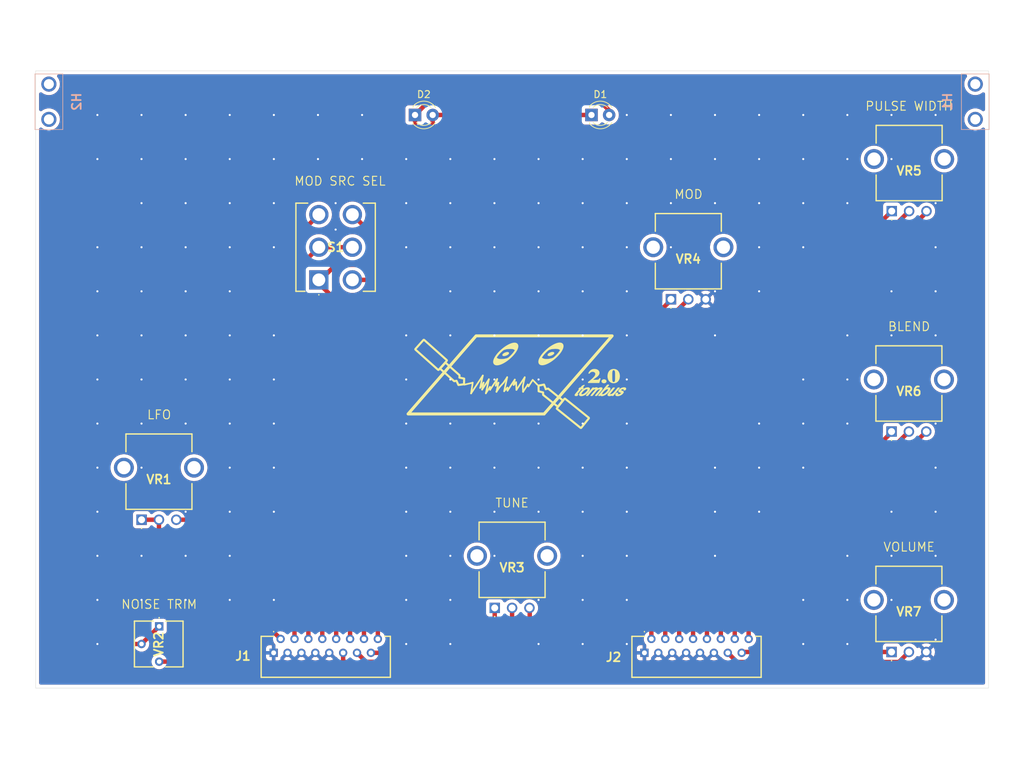
<source format=kicad_pcb>
(kicad_pcb (version 20241229) (generator "pcbnew") (generator_version "9.0")
  (layers (0 "F.Cu" signal) (2 "B.Cu" signal) (13 "F.Paste" user) (15 "B.Paste" user) (5 "F.SilkS" user "F.Silkscreen") (7 "B.SilkS" user "B.Silkscreen") (1 "F.Mask" user) (3 "B.Mask" user) (25 "Edge.Cuts" user))
  (net 0 "")
  (net 1 "LED_CAT_BREAK")
  (net 2 "LED_AN_BREAK")
  (net 3 "PW_T_BREAK")
  (net 4 "LFO_B_BREAK")
  (net 5 "TUNE_T_BREAK")
  (net 6 "GND")
  (net 7 "PW_W_BREAK")
  (net 8 "TUNE_B_BREAK")
  (net 9 "BLEND_T_BREAK")
  (net 10 "LFO_T_BREAK")
  (net 11 "VOL_T_BREAK")
  (net 12 "MOD_T_BREAK")
  (net 13 "VOL_W_BREAK")
  (net 14 "MOD_W_BREAK")
  (net 15 "BLEND_W_BREAK")
  (net 16 "SWITCH_EXT_BREAK")
  (net 17 "BLEND_B_BREAK")
  (net 18 "PW_B_BREAK")
  (net 19 "NOISE_T_BREAK")
  (net 20 "TUNE_W_BREAK")
  (net 33 "SWITCH_MOD_BREAK")
  (net 34 "SWITCH_LFO_BREAK")
  (net 35 "Net-(S1-NO_2)")
  (footprint "Potentiometer_THT:PTN091V100115K1B" (layer "F.Cu") (at 96.56 112.91)
    (property "Reference" "VR3")
    (property "Value" "100K B" (hide yes))
  )
  (footprint "Potentiometer_THT:PTN091V100115K1A" (layer "F.Cu") (at 45.73 100.21)
    (property "Reference" "VR1")
    (property "Value" "100K A" (hide yes))
  )
  (footprint "LED_THT:LED_D3.0mm_Clear" (layer "F.Cu") (at 110.49 41.91)
    (property "Reference" "D1")
    (property "Value" "LED")
  )
  (footprint "customlib:T73YP103KT20" (layer "F.Cu") (at 48.26 115.57 -90)
    (property "Reference" "VR2")
    (property "Value" "T73YP103KT20" (hide yes))
  )
  (footprint "Potentiometer_THT:PTN091V100115K1A" (layer "F.Cu") (at 153.68 119.26)
    (property "Reference" "VR7")
    (property "Value" "100K A" (hide yes))
  )
  (footprint "Potentiometer_THT:PTN091V100115K1A" (layer "F.Cu") (at 121.93 68.46)
    (property "Reference" "VR4")
    (property "Value" "100K A" (hide yes))
  )
  (footprint "Potentiometer_THT:PTN091V100115K1B" (layer "F.Cu") (at 153.68 87.51)
    (property "Reference" "VR6")
    (property "Value" "100K B" (hide yes))
  )
  (footprint "customlib:HLW16R2C7LF" (layer "F.Cu") (at 64.74 119.38)
    (property "Reference" "J1")
    (property "Value" "Left" (hide yes))
  )
  (footprint "customlib:7211SYCQE" (layer "F.Cu") (at 71.245 65.66)
    (property "Reference" "S1")
    (property "Value" "7211SYCQE" (hide yes))
  )
  (footprint "Potentiometer_THT:PTN091V100115K1B" (layer "F.Cu") (at 153.71 55.76)
    (property "Reference" "VR5")
    (property "Value" "100K B" (hide yes))
  )
  (footprint "customlib:HLW16R2C7LF" (layer "F.Cu") (at 118.11 119.38)
    (property "Reference" "J2")
    (property "Value" "Right" (hide yes))
  )
  (footprint "LED_THT:LED_D3.0mm_Clear" (layer "F.Cu") (at 85.09 41.91)
    (property "Reference" "D2")
    (property "Value" "LED")
  )
  (footprint "customlib:7837" (layer "B.Cu") (at 32.385 37.465 -90)
    (property "Reference" "H2")
    (property "Value" "7837" (hide yes))
  )
  (footprint "customlib:7837" (layer "B.Cu") (at 165.735 42.545 90)
    (property "Reference" "H1")
    (property "Value" "7837" (hide yes))
  )
  (gr_line (start 94.464036 81.219086) (end 94.961875 80.461325) (stroke (width 0.241413)) (layer "F.SilkS"))
  (gr_line (start 94.961875 80.461325) (end 94.742888 81.469772) (stroke (width 0.241413)) (layer "F.SilkS"))
  (gr_line (start 95.282718 81.99678) (end 95.884772 81.080391) (stroke (width 0.241413)) (layer "F.SilkS"))
  (gr_poly (pts (xy 109.988819 81.200539) (xy 110.014289 81.202234) (xy 110.038221 81.20506) (xy 110.060615 81.209017) (xy 110.081472 81.214104) (xy 110.100792 81.220321) (xy 110.118574 81.227669) (xy 110.134818 81.236147) (xy 110.149525 81.245755) (xy 110.156301 81.250984) (xy 110.162694 81.256494) (xy 110.168702 81.262288) (xy 110.174325 81.268364) (xy 110.179565 81.274723) (xy 110.184419 81.281364) (xy 110.18889 81.288288) (xy 110.192976 81.295494) (xy 110.196677 81.302983) (xy 110.199994 81.310755) (xy 110.205476 81.327146) (xy 110.209419 81.344668) (xy 110.210829 81.35383) (xy 110.211754 81.363231) (xy 110.212194 81.37287) (xy 110.212149 81.382747) (xy 110.210606 81.403215) (xy 110.207124 81.424637) (xy 110.201702 81.447011) (xy 110.194342 81.470338) (xy 110.185043 81.494618) (xy 110.173805 81.519851) (xy 110.160628 81.546036) (xy 110.145513 81.573174) (xy 110.128458 81.601265) (xy 110.109464 81.630309) (xy 110.088532 81.660306) (xy 110.06566 81.691255) (xy 110.040849 81.723157) (xy 110.0141 81.756012) (xy 109.980469 81.79571) (xy 109.946832 81.83393) (xy 109.913188 81.870673) (xy 109.879538 81.905938) (xy 109.845881 81.939726) (xy 109.812217 81.972035) (xy 109.778547 82.002868) (xy 109.74487 82.032222) (xy 109.711187 82.060099) (xy 109.677497 82.086498) (xy 109.6438 82.11142) (xy 109.610097 82.134864) (xy 109.576387 82.156831) (xy 109.54267 82.177319) (xy 109.508947 82.196331) (xy 109.475218 82.213864) (xy 109.441867 82.230009) (xy 109.409069 82.245112) (xy 109.376821 82.259174) (xy 109.345125 82.272194) (xy 109.31398 82.284172) (xy 109.283387 82.295109) (xy 109.253345 82.305004) (xy 109.223854 82.313858) (xy 109.194914 82.32167) (xy 109.166526 82.32844) (xy 109.138689 82.334169) (xy 109.111404 82.338856) (xy 109.08467 82.342502) (xy 109.058487 82.345106) (xy 109.032855 82.346669) (xy 109.007775 82.347189) (xy 108.982468 82.346652) (xy 108.958482 82.345041) (xy 108.935817 82.342357) (xy 108.914474 82.338598) (xy 108.894451 82.333765) (xy 108.87575 82.327859) (xy 108.858369 82.320879) (xy 108.84231 82.312824) (xy 108.827571 82.303696) (xy 108.814154 82.293494) (xy 108.802057 82.282218) (xy 108.791282 82.269868) (xy 108.781827 82.256445) (xy 108.773694 82.241947) (xy 108.766881 82.226375) (xy 108.76139 82.20973) (xy 108.759254 82.200981) (xy 108.757679 82.191918) (xy 108.756665 82.182539) (xy 108.756211 82.172846) (xy 108.756318 82.162838) (xy 108.756986 82.152515) (xy 108.758215 82.141877) (xy 108.760004 82.130924) (xy 108.762353 82.119656) (xy 108.765264 82.108073) (xy 108.771259 82.088808) (xy 108.991138 82.088808) (xy 108.991603 82.095294) (xy 108.992327 82.101574) (xy 108.993312 82.107648) (xy 108.994556 82.113516) (xy 108.996061 82.119178) (xy 108.997826 82.124635) (xy 108.99985 82.129885) (xy 109.002135 82.13493) (xy 109.00468 82.139768) (xy 109.007484 82.144401) (xy 109.010549 82.148828) (xy 109.013874 82.153049) (xy 109.017459 82.157064) (xy 109.021304 82.160873) (xy 109.025409 82.164476) (xy 109.029774 82.167873) (xy 109.034399 82.171065) (xy 109.039284 82.17405) (xy 109.044429 82.17683) (xy 109.049834 82.179404) (xy 109.0555 82.181771) (xy 109.061425 82.183933) (xy 109.06761 82.185889) (xy 109.074056 82.18764) (xy 109.080761 82.189184) (xy 109.087727 82.190522) (xy 109.094953 82.191655) (xy 109.102438 82.192581) (xy 109.110184 82.193302) (xy 109.11819 82.193816) (xy 109.126456 82.194125) (xy 109.134982 82.194228) (xy 109.134976 82.194228) (xy 109.154956 82.193767) (xy 109.175103 82.192387) (xy 109.195419 82.190085) (xy 109.215902 82.186864) (xy 109.236554 82.182722) (xy 109.257373 82.177659) (xy 109.27836 82.171676) (xy 109.299516 82.164772) (xy 109.320839 82.156948) (xy 109.34233 82.148203) (xy 109.36399 82.138538) (xy 109.385817 82.127952) (xy 109.407812 82.116446) (xy 109.429975 82.10402) (xy 109.452306 82.090673) (xy 109.474806 82.076405) (xy 109.497308 82.061387) (xy 109.519648 82.045787) (xy 109.541825 82.029606) (xy 109.56384 82.012843) (xy 109.585692 81.995499) (xy 109.607381 81.977574) (xy 109.628908 81.959067) (xy 109.650272 81.939979) (xy 109.671474 81.92031) (xy 109.692514 81.900059) (xy 109.713391 81.879227) (xy 109.734105 81.857814) (xy 109.754657 81.835819) (xy 109.775047 81.813243) (xy 109.795274 81.790085) (xy 109.815339 81.766347) (xy 109.836022 81.741033) (xy 109.855313 81.716511) (xy 109.873211 81.69278) (xy 109.889716 81.669841) (xy 109.904828 81.647693) (xy 109.918547 81.626336) (xy 109.930873 81.60577) (xy 109.941807 81.585996) (xy 109.951348 81.567013) (xy 109.959496 81.548821) (xy 109.966251 81.531421) (xy 109.971613 81.514812) (xy 109.975583 81.498994) (xy 109.97816 81.483967) (xy 109.979344 81.469732) (xy 109.979135 81.456288) (xy 109.978619 81.449866) (xy 109.977846 81.443648) (xy 109.976817 81.437633) (xy 109.975532 81.431823) (xy 109.973991 81.426216) (xy 109.972193 81.420813) (xy 109.970138 81.415614) (xy 109.967828 81.410619) (xy 109.965261 81.405828) (xy 109.962437 81.401241) (xy 109.959358 81.396857) (xy 109.956022 81.392678) (xy 109.952429 81.388702) (xy 109.948581 81.38493) (xy 109.944476 81.381362) (xy 109.940114 81.377998) (xy 109.935496 81.374838) (xy 109.930622 81.371882) (xy 109.925492 81.36913) (xy 109.920105 81.366581) (xy 109.914462 81.364236) (xy 109.908563 81.362096) (xy 109.902407 81.360159) (xy 109.895995 81.358426) (xy 109.889326 81.356897) (xy 109.882401 81.355572) (xy 109.87522 81.35445) (xy 109.867783 81.353533) (xy 109.860089 81.352819) (xy 109.852139 81.352309) (xy 109.843932 81.352004) (xy 109.835469 81.351902) (xy 109.817622 81.352317) (xy 109.799479 81.353565) (xy 109.78104 81.355644) (xy 109.762305 81.358555) (xy 109.743274 81.362298) (xy 109.723947 81.366872) (xy 109.704324 81.372278) (xy 109.684405 81.378515) (xy 109.66419 81.385584) (xy 109.643679 81.393485) (xy 109.622872 81.402218) (xy 109.601769 81.411782) (xy 109.58037 81.422178) (xy 109.558675 81.433405) (xy 109.536684 81.445464) (xy 109.514396 81.458355) (xy 109.492085 81.471941) (xy 109.469807 81.486341) (xy 109.44756 81.501558) (xy 109.425346 81.51759) (xy 109.403164 81.534437) (xy 109.381015 81.5521) (xy 109.358898 81.570578) (xy 109.336813 81.589872) (xy 109.31476 81.609982) (xy 109.29274 81.630907) (xy 109.270752 81.652647) (xy 109.248797 81.675203) (xy 109.226873 81.698574) (xy 109.204982 81.722761) (xy 109.183124 81.747764) (xy 109.161298 81.773582) (xy 109.140287 81.799279) (xy 109.12066 81.824176) (xy 109.102416 81.848275) (xy 109.085556 81.871573) (xy 109.070079 81.894073) (xy 109.055986 81.915773) (xy 109.043276 81.936674) (xy 109.03195 81.956775) (xy 109.022007 81.976077) (xy 109.013447 81.994579) (xy 109.00627 82.012283) (xy 109.000477 82.029186) (xy 108.996068 82.045291) (xy 108.993041 82.060596) (xy 108.991398 82.075102) (xy 108.991138 82.088808) (xy 108.771259 82.088808) (xy 108.772766 82.083963) (xy 108.782512 82.058593) (xy 108.794499 82.031964) (xy 108.80873 82.004074) (xy 108.825203 81.974926) (xy 108.843918 81.944517) (xy 108.864876 81.91285) (xy 108.888076 81.879922) (xy 108.913518 81.845735) (xy 108.941204 81.810288) (xy 108.971131 81.773582) (xy 109.001311 81.737986) (xy 109.031685 81.703544) (xy 109.062254 81.670258) (xy 109.093017 81.638125) (xy 109.123974 81.607148) (xy 109.155126 81.577325) (xy 109.186472 81.548656) (xy 109.218013 81.521143) (xy 109.249748 81.494784) (xy 109.281677 81.469579) (xy 109.313801 81.44553) (xy 109.34612 81.422634) (xy 109.378632 81.400894) (xy 109.41134 81.380308) (xy 109.444241 81.360877) (xy 109.477338 81.3426) (xy 109.510449 81.325329) (xy 109.543184 81.309172) (xy 109.57554 81.29413) (xy 109.607519 81.280201) (xy 109.639121 81.267387) (xy 109.670344 81.255687) (xy 109.70119 81.245102) (xy 109.731659 81.23563) (xy 109.76175 81.227273) (xy 109.791463 81.22003) (xy 109.820799 81.213902) (xy 109.849757 81.208888) (xy 109.878338 81.204988) (xy 109.906541 81.202202) (xy 109.934367 81.200531) (xy 109.961813 81.199973)) (stroke (width 0.129409)) (fill yes) (layer "F.SilkS"))
  (gr_poly (pts (xy 104.905235 76.055827) (xy 104.925186 76.056905) (xy 104.944243 76.05868) (xy 104.962395 76.061134) (xy 104.979631 76.06425) (xy 104.995941 76.06801) (xy 105.011313 76.072397) (xy 105.025736 76.077394) (xy 105.0392 76.082982) (xy 105.051694 76.089145) (xy 105.063206 76.095864) (xy 105.073725 76.103122) (xy 105.083241 76.110902) (xy 105.091743 76.119186) (xy 105.099219 76.127957) (xy 105.10566 76.137197) (xy 105.111053 76.146888) (xy 105.115387 76.157014) (xy 105.118653 76.167555) (xy 105.120839 76.178496) (xy 105.121933 76.189818) (xy 105.121925 76.201504) (xy 105.120805 76.213536) (xy 105.11856 76.225897) (xy 105.115181 76.238569) (xy 105.110655 76.251535) (xy 105.104973 76.264777) (xy 105.098123 76.278278) (xy 105.090095 76.29202) (xy 105.080876 76.305986) (xy 105.070457 76.320157) (xy 105.058827 76.334517) (xy 105.032535 76.363049) (xy 105.002836 76.390756) (xy 104.970057 76.417499) (xy 104.934523 76.443137) (xy 104.896558 76.46753) (xy 104.856489 76.490538) (xy 104.814639 76.51202) (xy 104.771336 76.531837) (xy 104.726904 76.549848) (xy 104.681668 76.565912) (xy 104.635954 76.579889) (xy 104.590087 76.59164) (xy 104.544393 76.601024) (xy 104.499196 76.6079) (xy 104.454823 76.612129) (xy 104.411598 76.613569) (xy 104.390764 76.613206) (xy 104.370813 76.612129) (xy 104.351756 76.610354) (xy 104.333604 76.6079) (xy 104.316368 76.604784) (xy 104.300058 76.601024) (xy 104.284686 76.596637) (xy 104.270263 76.59164) (xy 104.256799 76.586052) (xy 104.244305 76.579889) (xy 104.232793 76.57317) (xy 104.222274 76.565912) (xy 104.212757 76.558132) (xy 104.204256 76.549848) (xy 104.196779 76.541077) (xy 104.190339 76.531837) (xy 104.184946 76.522146) (xy 104.180611 76.51202) (xy 104.177345 76.501479) (xy 104.17516 76.490538) (xy 104.174065 76.479216) (xy 104.174073 76.46753) (xy 104.175194 76.455498) (xy 104.177438 76.443137) (xy 104.180818 76.430465) (xy 104.185343 76.417499) (xy 104.191025 76.404257) (xy 104.197875 76.390756) (xy 104.205904 76.377014) (xy 104.215122 76.363049) (xy 104.225542 76.348877) (xy 104.237172 76.334517) (xy 104.263464 76.305986) (xy 104.293162 76.278278) (xy 104.325941 76.251535) (xy 104.361476 76.225897) (xy 104.39944 76.201504) (xy 104.43951 76.178496) (xy 104.481359 76.157014) (xy 104.524662 76.137197) (xy 104.569095 76.119186) (xy 104.614331 76.103122) (xy 104.660045 76.089145) (xy 104.705912 76.077394) (xy 104.751606 76.06801) (xy 104.796803 76.061134) (xy 104.841176 76.056905) (xy 104.884402 76.055464)) (stroke (width 0.022646)) (fill yes) (layer "F.SilkS"))
  (gr_line (start 101.424735 80.993211) (end 102.028938 80.073553) (stroke (width 0.241413)) (layer "F.SilkS"))
  (gr_line (start 97.842862 80.464715) (end 98.357044 79.682082) (stroke (width 0.241413)) (layer "F.SilkS"))
  (gr_poly (pts (xy 109.961813 81.199973) (xy 109.961812 81.199973) (xy 109.961815 81.199973)) (stroke (width 0.129409)) (fill yes) (layer "F.SilkS"))
  (gr_poly (pts (xy 91.493413 79.391437) (xy 91.476148 79.737719) (xy 92.162709 79.884846) (xy 92.141911 80.694122) (xy 91.337214 80.803167) (xy 91.063402 80.19688) (xy 90.722701 80.25424) (xy 88.698511 78.44609) (xy 89.469225 77.583286)) (stroke (width 0.299999)) (fill no) (layer "F.SilkS"))
  (gr_poly (pts (xy 98.825175 76.762556) (xy 98.825727 76.762989) (xy 98.825928 76.763591) (xy 98.825728 76.764454) (xy 98.825106 76.765659) (xy 98.82264 76.769056) (xy 98.818614 76.773705) (xy 98.813111 76.77953) (xy 98.806215 76.786453) (xy 98.798009 76.794399) (xy 98.778001 76.81305) (xy 98.753755 76.83487) (xy 98.72594 76.859245) (xy 98.695223 76.885561) (xy 98.662272 76.913206) (xy 98.522185 77.02611) (xy 98.380929 77.133303) (xy 98.239323 77.2344) (xy 98.098192 77.329012) (xy 97.958356 77.416753) (xy 97.820639 77.497237) (xy 97.685861 77.570075) (xy 97.554846 77.63488) (xy 97.428415 77.691267) (xy 97.307391 77.738848) (xy 97.192595 77.777235) (xy 97.08485 77.806042) (xy 96.984978 77.824881) (xy 96.893801 77.833366) (xy 96.812141 77.83111) (xy 96.775137 77.825833) (xy 96.74082 77.817726) (xy 96.740832 77.817725) (xy 96.721937 77.81162) (xy 96.703803 77.804477) (xy 96.686435 77.796318) (xy 96.669841 77.78716) (xy 96.654026 77.777026) (xy 96.638997 77.765934) (xy 96.624761 77.753905) (xy 96.611323 77.740958) (xy 96.598691 77.727115) (xy 96.58687 77.712394) (xy 96.575867 77.696815) (xy 96.565688 77.6804) (xy 96.55634 77.663167) (xy 96.54783 77.645137) (xy 96.540163 77.626329) (xy 96.533346 77.606764) (xy 96.527385 77.586462) (xy 96.522288 77.565443) (xy 96.518059 77.543726) (xy 96.514706 77.521332) (xy 96.512236 77.498281) (xy 96.510653 77.474593) (xy 96.509966 77.450287) (xy 96.51018 77.425384) (xy 96.511301 77.399903) (xy 96.513337 77.373866) (xy 96.516293 77.347291) (xy 96.520176 77.320198) (xy 96.524992 77.292609) (xy 96.530748 77.264542) (xy 96.53745 77.236018) (xy 96.545105 77.207057) (xy 96.554263 77.176064) (xy 96.56493 77.143175) (xy 96.589877 77.073713) (xy 96.618133 77.00268) (xy 96.64788 76.934088) (xy 96.677305 76.871946) (xy 96.704593 76.820263) (xy 96.716868 76.799598) (xy 96.727928 76.783052) (xy 96.737546 76.771125) (xy 96.745495 76.76432) (xy 96.746668 76.763777) (xy 96.747946 76.763426) (xy 96.749324 76.763262) (xy 96.750799 76.763282) (xy 96.752366 76.763483) (xy 96.754021 76.76386) (xy 96.755759 76.76441) (xy 96.757576 76.765128) (xy 96.759468 76.766012) (xy 96.76143 76.767058) (xy 96.763457 76.768261) (xy 96.765546 76.769619) (xy 96.767692 76.771127) (xy 96.769891 76.772781) (xy 96.774429 76.776515) (xy 96.779125 76.780791) (xy 96.783944 76.785579) (xy 96.788851 76.790849) (xy 96.793811 76.796571) (xy 96.79879 76.802715) (xy 96.803751 76.809252) (xy 96.808661 76.816151) (xy 96.813483 76.823383) (xy 96.824189 76.839203) (xy 96.835583 76.854493) (xy 96.84767 76.869257) (xy 96.860456 76.883496) (xy 96.873944 76.897211) (xy 96.88814 76.910404) (xy 96.903049 76.923077) (xy 96.918676 76.935232) (xy 96.935025 76.94687) (xy 96.952102 76.957993) (xy 96.969911 76.968603) (xy 96.988457 76.978702) (xy 97.007745 76.988292) (xy 97.02778 76.997373) (xy 97.048567 77.005948) (xy 97.07011 77.014019) (xy 97.092415 77.021587) (xy 97.115487 77.028655) (xy 97.13933 77.035223) (xy 97.163949 77.041294) (xy 97.215535 77.05195) (xy 97.270285 77.060638) (xy 97.328237 77.067371) (xy 97.389431 77.072162) (xy 97.453906 77.075027) (xy 97.521701 77.075979) (xy 97.591751 77.074824) (xy 97.663243 77.071393) (xy 97.735953 77.065737) (xy 97.809651 77.057906) (xy 97.884113 77.047954) (xy 97.95911 77.035929) (xy 98.034416 77.021884) (xy 98.109804 77.005869) (xy 98.185048 76.987936) (xy 98.259921 76.968136) (xy 98.334195 76.94652) (xy 98.407644 76.923139) (xy 98.480042 76.898043) (xy 98.55116 76.871285) (xy 98.620774 76.842916) (xy 98.688655 76.812986) (xy 98.716156 76.800655) (xy 98.741828 76.789677) (xy 98.765108 76.780256) (xy 98.785433 76.772594) (xy 98.80224 76.766894) (xy 98.814966 76.763358) (xy 98.819624 76.762465) (xy 98.82305 76.76219)) (stroke (width 0.026339)) (fill yes) (layer "F.SilkS"))
  (gr_line (start 97.095398 80.478107) (end 96.811967 81.783326) (stroke (width 0.241413)) (layer "F.SilkS"))
  (gr_line (start 97.919966 81.694855) (end 98.387476 81.181629) (stroke (width 0.241413)) (layer "F.SilkS"))
  (gr_line (start 95.884772 81.080391) (end 95.899824 81.489561) (stroke (width 0.241413)) (layer "F.SilkS"))
  (gr_line (start 100.883517 79.691105) (end 100.60877 80.956339) (stroke (width 0.241413)) (layer "F.SilkS"))
  (gr_poly (pts (xy 103.913079 81.395961) (xy 104.251912 81.322477) (xy 106.365886 83.024787) (xy 105.640282 83.925859) (xy 103.526308 82.223546) (xy 103.527358 81.878049) (xy 102.884542 81.706753) (xy 102.860932 80.895044) (xy 103.655986 80.742573)) (stroke (width 0.299999)) (fill no) (layer "F.SilkS"))
  (gr_line (start 98.403608 81.620083) (end 99.454392 80.020691) (stroke (width 0.241413)) (layer "F.SilkS"))
  (gr_line (start 98.387476 81.181629) (end 98.403608 81.620083) (stroke (width 0.241413)) (layer "F.SilkS"))
  (gr_poly (pts (xy 113.751343 78.543501) (xy 113.803645 78.547932) (xy 113.853921 78.55519) (xy 113.902193 78.565169) (xy 113.94848 78.577765) (xy 113.992805 78.592874) (xy 114.035189 78.61039) (xy 114.075652 78.63021) (xy 114.114216 78.652229) (xy 114.150901 78.676342) (xy 114.18573 78.702444) (xy 114.218722 78.730431) (xy 114.2499 78.760198) (xy 114.279284 78.791641) (xy 114.306894 78.824655) (xy 114.332754 78.859136) (xy 114.356882 78.894978) (xy 114.379301 78.932078) (xy 114.419095 79.009631) (xy 114.452304 79.090957) (xy 114.479097 79.175221) (xy 114.499642 79.261585) (xy 114.514108 79.349212) (xy 114.522664 79.437266) (xy 114.525478 79.52491) (xy 114.525481 79.524909) (xy 114.524454 79.579706) (xy 114.521399 79.633288) (xy 114.516359 79.685619) (xy 114.509372 79.736666) (xy 114.500481 79.786394) (xy 114.489726 79.83477) (xy 114.477148 79.881757) (xy 114.462787 79.927323) (xy 114.446685 79.971432) (xy 114.428882 80.014051) (xy 114.40942 80.055145) (xy 114.388338 80.09468) (xy 114.365678 80.132621) (xy 114.341481 80.168934) (xy 114.315787 80.203585) (xy 114.288638 80.236539) (xy 114.260073 80.267762) (xy 114.230134 80.297219) (xy 114.198862 80.324877) (xy 114.166298 80.350701) (xy 114.132482 80.374656) (xy 114.097455 80.396708) (xy 114.061258 80.416824) (xy 114.023932 80.434967) (xy 113.985517 80.451105) (xy 113.946055 80.465203) (xy 113.905586 80.477225) (xy 113.864151 80.487139) (xy 113.82179 80.49491) (xy 113.778546 80.500503) (xy 113.734458 80.503884) (xy 113.689567 80.505019) (xy 113.644328 80.503884) (xy 113.599893 80.500505) (xy 113.556302 80.494917) (xy 113.513598 80.487156) (xy 113.471821 80.477258) (xy 113.431014 80.465258) (xy 113.391218 80.451193) (xy 113.352474 80.435099) (xy 113.314824 80.41701) (xy 113.27831 80.396965) (xy 113.242972 80.374997) (xy 113.208853 80.351144) (xy 113.175993 80.32544) (xy 113.144435 80.297923) (xy 113.114219 80.268627) (xy 113.085388 80.237589) (xy 113.057983 80.204844) (xy 113.032045 80.170429) (xy 113.007616 80.134379) (xy 112.984737 80.096731) (xy 112.963451 80.05752) (xy 112.943797 80.016781) (xy 112.925818 79.974552) (xy 112.909556 79.930867) (xy 112.895051 79.885763) (xy 112.882346 79.839276) (xy 112.871481 79.791441) (xy 112.862499 79.742295) (xy 112.855441 79.691872) (xy 112.850348 79.64021) (xy 112.847262 79.587344) (xy 112.846224 79.53331) (xy 112.848799 79.446957) (xy 112.856723 79.359664) (xy 112.870297 79.27233) (xy 112.88408 79.211275) (xy 113.433223 79.211275) (xy 113.433223 79.841345) (xy 113.434061 79.916678) (xy 113.436618 79.986289) (xy 113.438563 80.018986) (xy 113.440961 80.050296) (xy 113.443822 80.080236) (xy 113.447154 80.108819) (xy 113.450965 80.136061) (xy 113.455263 80.161976) (xy 113.460056 80.18658) (xy 113.465353 80.209887) (xy 113.471161 80.231913) (xy 113.477488 80.252671) (xy 113.484344 80.272177) (xy 113.491736 80.290446) (xy 113.499672 80.307492) (xy 113.50816 80.323331) (xy 113.517209 80.337977) (xy 113.526826 80.351445) (xy 113.537021 80.363751) (xy 113.5478 80.374908) (xy 113.559173 80.384932) (xy 113.571147 80.393838) (xy 113.58373 80.401641) (xy 113.596932 80.408354) (xy 113.610759 80.413995) (xy 113.62522 80.418576) (xy 113.640323 80.422113) (xy 113.656077 80.424622) (xy 113.672489 80.426116) (xy 113.689567 80.42661) (xy 113.722975 80.424622) (xy 113.753596 80.418576) (xy 113.767888 80.413995) (xy 113.781517 80.408354) (xy 113.794493 80.40164) (xy 113.806827 80.393838) (xy 113.818529 80.384932) (xy 113.829611 80.374908) (xy 113.840083 80.36375) (xy 113.849957 80.351445) (xy 113.867953 80.32333) (xy 113.883684 80.290445) (xy 113.897238 80.25267) (xy 113.908703 80.209887) (xy 113.918165 80.161976) (xy 113.925711 80.108819) (xy 113.931429 80.050296) (xy 113.935405 79.986289) (xy 113.937727 79.916678) (xy 113.938482 79.841345) (xy 113.938485 79.211275) (xy 113.937606 79.136803) (xy 113.934937 79.067699) (xy 113.932915 79.035137) (xy 113.930428 79.003888) (xy 113.927469 78.973942) (xy 113.924031 78.945289) (xy 113.920109 78.917921) (xy 113.915697 78.891827) (xy 113.910787 78.866998) (xy 113.905376 78.843423) (xy 113.899455 78.821093) (xy 113.89302 78.799998) (xy 113.886063 78.780129) (xy 113.878579 78.761475) (xy 113.870562 78.744028) (xy 113.862005 78.727776) (xy 113.852903 78.712712) (xy 113.843249 78.698824) (xy 113.833037 78.686103) (xy 113.822262 78.674539) (xy 113.810916 78.664123) (xy 113.798994 78.654844) (xy 113.78649 78.646694) (xy 113.773397 78.639662) (xy 113.759709 78.633739) (xy 113.745421 78.628914) (xy 113.730527 78.625179) (xy 113.715019 78.622523) (xy 113.698892 78.620936) (xy 113.68214 78.620409) (xy 113.649345 78.622369) (xy 113.619178 78.62834) (xy 113.605058 78.632874) (xy 113.591569 78.638462) (xy 113.578701 78.645124) (xy 113.566447 78.652875) (xy 113.554796 78.661735) (xy 113.543741 78.671719) (xy 113.533272 78.682845) (xy 113.523381 78.695132) (xy 113.505296 78.723254) (xy 113.489415 78.756225) (xy 113.475667 78.794183) (xy 113.463982 78.837269) (xy 113.454288 78.885623) (xy 113.446516 78.939382) (xy 113.440594 78.998688) (xy 113.436452 79.063679) (xy 113.434018 79.134495) (xy 113.433223 79.211275) (xy 112.88408 79.211275) (xy 112.889818 79.185853) (xy 112.915588 79.101132) (xy 112.930909 79.059711) (xy 112.947904 79.019065) (xy 112.966611 78.979308) (xy 112.987066 78.940551) (xy 113.009308 78.902906) (xy 113.033374 78.866487) (xy 113.059301 78.831404) (xy 113.087127 78.797772) (xy 113.116889 78.765701) (xy 113.148624 78.735304) (xy 113.18237 78.706694) (xy 113.218164 78.679982) (xy 113.256044 78.655282) (xy 113.296047 78.632704) (xy 113.338211 78.612363) (xy 113.382573 78.594369) (xy 113.42917 78.578835) (xy 113.478039 78.565874) (xy 113.529219 78.555598) (xy 113.582747 78.548119) (xy 113.63866 78.543549) (xy 113.696995 78.542001)) (stroke (width 0.098941)) (fill yes) (layer "F.SilkS"))
  (gr_poly (pts (xy 99.381347 74.959311) (xy 99.408228 74.959878) (xy 99.432071 74.960842) (xy 99.453237 74.962299) (xy 99.472089 74.964347) (xy 99.488988 74.967083) (xy 99.504297 74.970605) (xy 99.518378 74.97501) (xy 99.531592 74.980395) (xy 99.544301 74.986859) (xy 99.556869 74.994497) (xy 99.569656 75.003408) (xy 99.583025 75.01369) (xy 99.612957 75.038753) (xy 99.625171 75.04987) (xy 99.636687 75.061542) (xy 99.647504 75.073767) (xy 99.657622 75.086543) (xy 99.667041 75.099867) (xy 99.675761 75.113737) (xy 99.683781 75.128149) (xy 99.691101 75.143102) (xy 99.697721 75.158593) (xy 99.703641 75.174619) (xy 99.708861 75.191177) (xy 99.71338 75.208266) (xy 99.717199 75.225882) (xy 99.720317 75.244024) (xy 99.722733 75.262687) (xy 99.724449 75.281871) (xy 99.725463 75.301572) (xy 99.725776 75.321788) (xy 99.725387 75.342516) (xy 99.724296 75.363753) (xy 99.720008 75.407747) (xy 99.71291 75.453749) (xy 99.703 75.501739) (xy 99.690278 75.551695) (xy 99.674742 75.603598) (xy 99.65639 75.657427) (xy 99.624568 75.74401) (xy 99.596542 75.817236) (xy 99.575344 75.869382) (xy 99.568252 75.885138) (xy 99.564005 75.892729) (xy 99.563281 75.893435) (xy 99.562462 75.893965) (xy 99.561551 75.894321) (xy 99.560552 75.894506) (xy 99.559467 75.894525) (xy 99.558301 75.894379) (xy 99.557057 75.894072) (xy 99.555739 75.893607) (xy 99.554348 75.892988) (xy 99.552891 75.892217) (xy 99.551368 75.891298) (xy 99.549785 75.890234) (xy 99.548144 75.889028) (xy 99.546448 75.887683) (xy 99.544702 75.886202) (xy 99.542909 75.884589) (xy 99.539194 75.880978) (xy 99.535331 75.876875) (xy 99.531347 75.872305) (xy 99.52727 75.867294) (xy 99.523127 75.861866) (xy 99.518945 75.856048) (xy 99.514752 75.849865) (xy 99.510575 75.843341) (xy 99.505704 75.835855) (xy 99.500418 75.828383) (xy 99.48864 75.813505) (xy 99.475308 75.798752) (xy 99.460488 75.784165) (xy 99.44425 75.769789) (xy 99.426659 75.755667) (xy 99.407783 75.741842) (xy 99.38769 75.728358) (xy 99.366448 75.715258) (xy 99.344122 75.702585) (xy 99.320782 75.690384) (xy 99.296493 75.678696) (xy 99.271324 75.667565) (xy 99.245342 75.657036) (xy 99.218615 75.647151) (xy 99.191209 75.637953) (xy 99.155301 75.62845) (xy 99.112231 75.620363) (xy 99.062855 75.613683) (xy 99.008031 75.608398) (xy 98.948614 75.604497) (xy 98.885461 75.60197) (xy 98.751374 75.600996) (xy 98.612621 75.605388) (xy 98.543636 75.609571) (xy 98.476054 75.615063) (xy 98.410731 75.621854) (xy 98.348525 75.629934) (xy 98.290291 75.639291) (xy 98.236886 75.649915) (xy 98.153467 75.670265) (xy 98.058864 75.696404) (xy 97.958022 75.726695) (xy 97.855881 75.7595) (xy 97.757383 75.793182) (xy 97.667471 75.826104) (xy 97.591086 75.856626) (xy 97.53317 75.883113) (xy 97.520422 75.889369) (xy 97.50918 75.894438) (xy 97.504186 75.89651) (xy 97.499644 75.898263) (xy 97.495578 75.899692) (xy 97.492013 75.900788) (xy 97.488975 75.901546) (xy 97.486488 75.901957) (xy 97.484576 75.902015) (xy 97.483844 75.90191) (xy 97.483266 75.901713) (xy 97.482844 75.901425) (xy 97.482581 75.901044) (xy 97.482482 75.900569) (xy 97.482548 75.900001) (xy 97.482783 75.899336) (xy 97.48319 75.898576) (xy 97.484533 75.896763) (xy 97.484537 75.896764) (xy 97.487709 75.893663) (xy 97.493717 75.888454) (xy 97.51362 75.8722) (xy 97.542999 75.848965) (xy 97.580607 75.819712) (xy 97.675524 75.747013) (xy 97.788399 75.661812) (xy 97.933978 75.555883) (xy 98.078198 75.457365) (xy 98.220512 75.366569) (xy 98.360372 75.283807) (xy 98.49723 75.209389) (xy 98.564362 75.175406) (xy 98.630538 75.143627) (xy 98.69569 75.114089) (xy 98.759749 75.086831) (xy 98.822646 75.061894) (xy 98.884313 75.039315) (xy 98.957292 75.014036) (xy 99.016369 74.99469) (xy 99.042024 74.986994) (xy 99.065797 74.980486) (xy 99.088221 74.975066) (xy 99.109827 74.970636) (xy 99.131147 74.967096) (xy 99.152712 74.964349) (xy 99.175054 74.962295) (xy 99.198704 74.960836) (xy 99.252056 74.959307) (xy 99.31702 74.958973)) (stroke (width 0.024121)) (fill yes) (layer "F.SilkS"))
  (gr_poly (pts (xy 112.518854 81.347767) (xy 112.524012 81.347768) (xy 112.552162 81.329871) (xy 112.580045 81.313129) (xy 112.607663 81.297541) (xy 112.635015 81.283108) (xy 112.662101 81.26983) (xy 112.688922 81.257706) (xy 112.715476 81.246737) (xy 112.741765 81.236923) (xy 112.767788 81.228263) (xy 112.793546 81.220758) (xy 112.819037 81.214407) (xy 112.844263 81.209211) (xy 112.869223 81.20517) (xy 112.893917 81.202283) (xy 112.918346 81.200551) (xy 112.942508 81.199974) (xy 112.968161 81.200576) (xy 112.992151 81.20238) (xy 113.014479 81.205388) (xy 113.035144 81.209599) (xy 113.054146 81.215013) (xy 113.063024 81.218171) (xy 113.071486 81.22163) (xy 113.079532 81.225389) (xy 113.087163 81.22945) (xy 113.094378 81.233811) (xy 113.101178 81.238473) (xy 113.107561 81.243436) (xy 113.113529 81.248699) (xy 113.119082 81.254264) (xy 113.124219 81.260129) (xy 113.12894 81.266294) (xy 113.133245 81.272761) (xy 113.137135 81.279528) (xy 113.14061 81.286597) (xy 113.143668 81.293965) (xy 113.146311 81.301635) (xy 113.148538 81.309606) (xy 113.15035 81.317877) (xy 113.151746 81.326449) (xy 113.152726 81.335322) (xy 113.153291 81.344495) (xy 113.15344 81.353969) (xy 113.152521 81.373586) (xy 113.149997 81.393938) (xy 113.145869 81.415024) (xy 113.140136 81.436846) (xy 113.1328 81.459402) (xy 113.123859 81.482692) (xy 113.113314 81.506718) (xy 113.101165 81.531478) (xy 113.087412 81.556973) (xy 113.072054 81.583203) (xy 113.055092 81.610168) (xy 113.036526 81.637867) (xy 113.016356 81.666301) (xy 112.994581 81.69547) (xy 112.971202 81.725373) (xy 112.946219 81.756012) (xy 112.916336 81.791277) (xy 112.886204 81.8255) (xy 112.855824 81.858682) (xy 112.825196 81.890823) (xy 112.79432 81.921921) (xy 112.763195 81.951978) (xy 112.731823 81.980994) (xy 112.700203 82.008968) (xy 112.668334 82.0359) (xy 112.636218 82.061791) (xy 112.603853 82.08664) (xy 112.57124 82.110447) (xy 112.538379 82.133213) (xy 112.50527 82.154937) (xy 112.471913 82.17562) (xy 112.438308 82.195261) (xy 112.40512 82.213659) (xy 112.372539 82.230869) (xy 112.340566 82.246893) (xy 112.309201 82.26173) (xy 112.278443 82.275379) (xy 112.248292 82.287842) (xy 112.218749 82.299118) (xy 112.189813 82.309207) (xy 112.161485 82.318109) (xy 112.133765 82.325824) (xy 112.106652 82.332353) (xy 112.080147 82.337694) (xy 112.054249 82.341848) (xy 112.028958 82.344815) (xy 112.004276 82.346596) (xy 111.980201 82.347189) (xy 111.956907 82.346551) (xy 111.935345 82.344638) (xy 111.925214 82.343203) (xy 111.915515 82.341448) (xy 111.906248 82.339375) (xy 111.897415 82.336983) (xy 111.889014 82.334272) (xy 111.881046 82.331242) (xy 111.873511 82.327893) (xy 111.866409 82.324226) (xy 111.859739 82.320239) (xy 111.853502 82.315933) (xy 111.847698 82.311309) (xy 111.842327 82.306365) (xy 111.837388 82.301103) (xy 111.832883 82.295521) (xy 111.82881 82.289621) (xy 111.82517 82.283401) (xy 111.821962 82.276863) (xy 111.819188 82.270006) (xy 111.816846 82.26283) (xy 111.814937 82.255335) (xy 111.813461 82.247521) (xy 111.812417 82.239388) (xy 111.811807 82.230936) (xy 111.811629 82.222165) (xy 111.811884 82.213075) (xy 111.812572 82.203666) (xy 111.813692 82.193939) (xy 111.815245 82.183892) (xy 111.81112 82.183892) (xy 111.696805 82.321351) (xy 111.523175 82.321351) (xy 111.715819 82.089699) (xy 111.970647 82.089699) (xy 111.971025 82.097414) (xy 111.971798 82.104976) (xy 111.972964 82.112385) (xy 111.974525 82.11964) (xy 111.97648 82.126741) (xy 111.978828 82.133689) (xy 111.981571 82.140484) (xy 111.983166 82.143791) (xy 111.984883 82.146992) (xy 111.986722 82.150089) (xy 111.988682 82.15308) (xy 111.990764 82.155967) (xy 111.992967 82.158749) (xy 111.995292 82.161426) (xy 111.997739 82.163997) (xy 112.000307 82.166464) (xy 112.002997 82.168826) (xy 112.005808 82.171083) (xy 112.008741 82.173235) (xy 112.011796 82.175282) (xy 112.014972 82.177224) (xy 112.01827 82.179061) (xy 112.02169 82.180793) (xy 112.025231 82.18242) (xy 112.028893 82.183942) (xy 112.032678 82.185359) (xy 112.036584 82.186671) (xy 112.040611 82.187878) (xy 112.04476 82.18898) (xy 112.049031 82.189978) (xy 112.053423 82.19087) (xy 112.057937 82.191657) (xy 112.062573 82.19234) (xy 112.06733 82.192917) (xy 112.072209 82.193389) (xy 112.077209 82.193757) (xy 112.082331 82.194019) (xy 112.092939 82.194229) (xy 112.092938 82.194229) (xy 112.092937 82.194229) (xy 112.092937 82.194228) (xy 112.092936 82.194228) (xy 112.109267 82.193796) (xy 112.125961 82.1925) (xy 112.143018 82.19034) (xy 112.160438 82.187316) (xy 112.178221 82.183428) (xy 112.196368 82.178676) (xy 112.214877 82.17306) (xy 112.23375 82.166581) (xy 112.252986 82.159237) (xy 112.272585 82.151029) (xy 112.292548 82.141957) (xy 112.312873 82.132022) (xy 112.333562 82.121222) (xy 112.354614 82.109559) (xy 112.376029 82.097031) (xy 112.397807 82.08364) (xy 112.419961 82.06934) (xy 112.442031 82.054346) (xy 112.464017 82.038657) (xy 112.485917 82.022274) (xy 112.507734 82.005197) (xy 112.529465 81.987425) (xy 112.551112 81.968959) (xy 112.572674 81.949798) (xy 112.594152 81.929943) (xy 112.615545 81.909393) (xy 112.636853 81.888149) (xy 112.658077 81.866211) (xy 112.679216 81.843578) (xy 112.70027 81.820251) (xy 112.72124 81.79623) (xy 112.742125 81.771514) (xy 112.761651 81.74767) (xy 112.780048 81.724456) (xy 112.797316 81.701871) (xy 112.813454 81.679917) (xy 112.828463 81.658592) (xy 112.842342 81.637898) (xy 112.855092 81.617833) (xy 112.866713 81.598397) (xy 112.877204 81.579592) (xy 112.886566 81.561416) (xy 112.894799 81.543871) (xy 112.901902 81.526955) (xy 112.907876 81.510669) (xy 112.912721 81.495012) (xy 112.916436 81.479986) (xy 112.919022 81.465589) (xy 112.919937 81.458595) (xy 112.920551 81.451822) (xy 112.920866 81.445272) (xy 112.920882 81.438944) (xy 112.920597 81.432837) (xy 112.920013 81.426953) (xy 112.919129 81.421291) (xy 112.917946 81.415851) (xy 112.916462 81.410633) (xy 112.914679 81.405637) (xy 112.912597 81.400863) (xy 112.910214 81.396311) (xy 112.907532 81.391981) (xy 112.90455 81.387873) (xy 112.901269 81.383987) (xy 112.897687 81.380323) (xy 112.893806 81.376882) (xy 112.889626 81.373662) (xy 112.885145 81.370664) (xy 112.880365 81.367889) (xy 112.875285 81.365335) (xy 112.869906 81.363004) (xy 112.864226 81.360894) (xy 112.858247 81.359007) (xy 112.851969 81.357342) (xy 112.84539 81.355898) (xy 112.838512 81.354677) (xy 112.831334 81.353678) (xy 112.823857 81.352901) (xy 112.81608 81.352346) (xy 112.808003 81.352013) (xy 112.799626 81.351902) (xy 112.782654 81.352358) (xy 112.765326 81.353726) (xy 112.747644 81.356008) (xy 112.729606 81.359201) (xy 112.711214 81.363307) (xy 112.692466 81.368325) (xy 112.673364 81.374256) (xy 112.653906 81.381099) (xy 112.634094 81.388855) (xy 112.613926 81.397523) (xy 112.593403 81.407103) (xy 112.572525 81.417596) (xy 112.551292 81.429001) (xy 112.529704 81.441318) (xy 112.507761 81.454548) (xy 112.485463 81.468691) (xy 112.463234 81.483532) (xy 112.441241 81.498857) (xy 112.419482 81.514667) (xy 112.397958 81.530961) (xy 112.376669 81.547739) (xy 112.355615 81.565003) (xy 112.334796 81.58275) (xy 112.314212 81.600982) (xy 112.293863 81.619699) (xy 112.27375 81.6389) (xy 112.253871 81.658585) (xy 112.234227 81.678755) (xy 112.214818 81.699409) (xy 112.195644 81.720548) (xy 112.176705 81.742172) (xy 112.158002 81.764279) (xy 112.123523 81.80638) (xy 112.092717 81.845347) (xy 112.065581 81.881181) (xy 112.042117 81.913883) (xy 112.022324 81.943451) (xy 112.006202 81.969887) (xy 111.999518 81.98193) (xy 111.993752 81.993189) (xy 111.988903 82.003666) (xy 111.984973 82.013359) (xy 111.981805 82.022455) (xy 111.979031 82.031398) (xy 111.976651 82.040187) (xy 111.974665 82.048822) (xy 111.973073 82.057304) (xy 111.971875 82.065633) (xy 111.971072 82.073809) (xy 111.970662 82.081831) (xy 111.970647 82.089699) (xy 111.715819 82.089699) (xy 112.783192 80.806199) (xy 112.969228 80.806199)) (stroke (width 0.129409)) (fill yes) (layer "F.SilkS"))
  (gr_poly (pts (xy 109.122628 81.224778) (xy 109.308663 81.224778) (xy 109.189193 81.368438) (xy 109.003157 81.368438) (xy 108.469414 82.010259) (xy 108.4531 82.030186) (xy 108.438539 82.048628) (xy 108.42573 82.065585) (xy 108.414673 82.081055) (xy 108.405368 82.09504) (xy 108.397816 82.107539) (xy 108.394697 82.113232) (xy 108.392016 82.118553) (xy 108.389774 82.123502) (xy 108.387969 82.128081) (xy 108.387373 82.130179) (xy 108.386933 82.13221) (xy 108.386649 82.134175) (xy 108.386522 82.136074) (xy 108.386551 82.137905) (xy 108.386736 82.13967) (xy 108.387078 82.141369) (xy 108.387576 82.143001) (xy 108.38823 82.144566) (xy 108.389041 82.146065) (xy 108.390008 82.147497) (xy 108.391131 82.148862) (xy 108.392411 82.150161) (xy 108.393847 82.151393) (xy 108.395439 82.152559) (xy 108.397187 82.153658) (xy 108.399092 82.15469) (xy 108.401153 82.155656) (xy 108.403371 82.156555) (xy 108.405744 82.157388) (xy 108.408275 82.158154) (xy 108.410961 82.158853) (xy 108.413804 82.159486) (xy 108.416803 82.160052) (xy 108.419958 82.160552) (xy 108.42327 82.160984) (xy 108.426738 82.161351) (xy 108.430362 82.161651) (xy 108.434143 82.161884) (xy 108.43808 82.16205) (xy 108.442173 82.16215) (xy 108.446422 82.162183) (xy 108.456639 82.162054) (xy 108.467134 82.161667) (xy 108.47791 82.161021) (xy 108.488964 82.160117) (xy 108.500299 82.158955) (xy 108.511912 82.157534) (xy 108.523805 82.155856) (xy 108.535978 82.153919) (xy 108.424298 82.319284) (xy 108.400808 82.32316) (xy 108.378555 82.326519) (xy 108.35754 82.329361) (xy 108.337761 82.331687) (xy 108.319221 82.333495) (xy 108.301917 82.334787) (xy 108.285851 82.335563) (xy 108.271022 82.335821) (xy 108.256173 82.335656) (xy 108.242117 82.335159) (xy 108.228852 82.334331) (xy 108.21638 82.333173) (xy 108.204699 82.331683) (xy 108.193811 82.329862) (xy 108.183715 82.32771) (xy 108.174411 82.325227) (xy 108.165899 82.322413) (xy 108.158179 82.319268) (xy 108.151251 82.315792) (xy 108.145116 82.311985) (xy 108.139772 82.307847) (xy 108.135221 82.303377) (xy 108.131461 82.298577) (xy 108.128494 82.293446) (xy 108.126274 82.287931) (xy 108.124541 82.282238) (xy 108.123294 82.276368) (xy 108.122535 82.27032) (xy 108.122262 82.264094) (xy 108.122476 82.257691) (xy 108.123176 82.25111) (xy 108.124364 82.244352) (xy 108.126038 82.237416) (xy 108.128199 82.230303) (xy 108.130847 82.223011) (xy 108.133981 82.215543) (xy 108.137603 82.207896) (xy 108.141711 82.200072) (xy 108.146306 82.192071) (xy 108.151388 82.183891) (xy 108.162903 82.166548) (xy 108.176149 82.14759) (xy 108.191125 82.127017) (xy 108.207833 82.104828) (xy 108.226271 82.081025) (xy 108.246441 82.055606) (xy 108.268341 82.028573) (xy 108.291973 81.999924) (xy 108.817122 81.368438) (xy 108.681733 81.368438) (xy 108.801201 81.224778) (xy 108.936593 81.224778) (xy 109.163501 80.951926) (xy 109.44322 80.839271)) (stroke (width 0.129409)) (fill yes) (layer "F.SilkS"))
  (gr_poly (pts (xy 106.658209 82.768167) (xy 106.661795 82.768386) (xy 106.665374 82.768779) (xy 106.668939 82.769347) (xy 106.672484 82.77009) (xy 106.676002 82.771009) (xy 106.679488 82.772105) (xy 106.682934 82.773379) (xy 106.686334 82.77483) (xy 106.689682 82.776461) (xy 106.692972 82.778271) (xy 106.696196 82.780261) (xy 106.699349 82.782433) (xy 106.702424 82.784786) (xy 110.090618 85.513148) (xy 110.09357 85.515651) (xy 110.096362 85.518269) (xy 110.098993 85.520995) (xy 110.101462 85.523823) (xy 110.103767 85.526746) (xy 110.10591 85.529759) (xy 110.107889 85.532855) (xy 110.109702 85.536026) (xy 110.11135 85.539268) (xy 110.112832 85.542573) (xy 110.114148 85.545935) (xy 110.115295 85.549347) (xy 110.116274 85.552804) (xy 110.117084 85.556298) (xy 110.117725 85.559824) (xy 110.118195 85.563374) (xy 110.118493 85.566943) (xy 110.11862 85.570524) (xy 110.118575 85.57411) (xy 110.118356 85.577696) (xy 110.117963 85.581274) (xy 110.117396 85.584839) (xy 110.116653 85.588383) (xy 110.115734 85.591901) (xy 110.114638 85.595386) (xy 110.113365 85.598832) (xy 110.111914 85.602232) (xy 110.110283 85.605579) (xy 110.108473 85.608868) (xy 110.106483 85.612091) (xy 110.104312 85.615244) (xy 110.101959 85.618318) (xy 109.019997 86.96193) (xy 109.017494 86.964883) (xy 109.014874 86.967678) (xy 109.012144 86.970313) (xy 109.009312 86.972787) (xy 109.006383 86.9751) (xy 109.003364 86.97725) (xy 109.000261 86.979238) (xy 108.997081 86.981062) (xy 108.993831 86.982721) (xy 108.990516 86.984215) (xy 108.987144 86.985542) (xy 108.983722 86.986703) (xy 108.980254 86.987696) (xy 108.976749 86.98852) (xy 108.973212 86.989174) (xy 108.96965 86.989658) (xy 108.96607 86.989972) (xy 108.962478 86.990113) (xy 108.95888 86.990081) (xy 108.955284 86.989876) (xy 108.951695 86.989497) (xy 108.94812 86.988942) (xy 108.944566 86.988212) (xy 108.941039 86.987304) (xy 108.937545 86.986219) (xy 108.934092 86.984956) (xy 108.930685 86.983514) (xy 108.927332 86.981891) (xy 108.924038 86.980088) (xy 108.920811 86.978103) (xy 108.917656 86.975935) (xy 108.91458 86.973584) (xy 105.526431 84.245213) (xy 105.523479 84.242709) (xy 105.520689 84.240089) (xy 105.518062 84.237359) (xy 105.515597 84.234525) (xy 105.513297 84.231595) (xy 105.511161 84.228574) (xy 105.50919 84.22547) (xy 105.507384 84.222288) (xy 105.505745 84.219036) (xy 105.504272 84.21572) (xy 105.502967 84.212345) (xy 105.501829 84.20892) (xy 105.500861 84.20545) (xy 105.500061 84.201942) (xy 105.499432 84.198403) (xy 105.498972 84.194838) (xy 105.498684 84.191255) (xy 105.498567 84.18766) (xy 105.498623 84.18406) (xy 105.498851 84.180461) (xy 105.499253 84.176869) (xy 105.499829 84.173292) (xy 105.50058 84.169735) (xy 105.501505 84.166206) (xy 105.502607 84.16271) (xy 105.503885 84.159255) (xy 105.50534 84.155846) (xy 105.506973 84.152491) (xy 105.508784 84.149196) (xy 105.510774 84.145967) (xy 105.512943 84.142811) (xy 105.515293 84.139735) (xy 106.597252 82.796125) (xy 106.599754 82.793172) (xy 106.602371 82.79038) (xy 106.605097 82.787748) (xy 106.607924 82.785279) (xy 106.610847 82.782973) (xy 106.61386 82.78083) (xy 106.616955 82.778851) (xy 106.620126 82.777037) (xy 106.623367 82.775389) (xy 106.626672 82.773907) (xy 106.630034 82.772592) (xy 106.633446 82.771445) (xy 106.636902 82.770466) (xy 106.640397 82.769656) (xy 106.643922 82.769016) (xy 106.647473 82.768546) (xy 106.651042 82.768247) (xy 106.654623 82.768121)) (stroke (width 0.299999)) (fill no) (layer "F.SilkS"))
  (gr_line (start 102.028938 80.073553) (end 102.702397 80.765703) (stroke (width 0.241413)) (layer "F.SilkS"))
  (gr_line (start 101.325339 80.734145) (end 101.424735 80.993211) (stroke (width 0.241413)) (layer "F.SilkS"))
  (gr_poly (pts (xy 98.399043 76.067725) (xy 98.418994 76.068802) (xy 98.43805 76.070577) (xy 98.456202 76.073031) (xy 98.473439 76.076147) (xy 98.489749 76.079907) (xy 98.505121 76.084295) (xy 98.519544 76.089291) (xy 98.533008 76.094879) (xy 98.545501 76.101042) (xy 98.557013 76.107761) (xy 98.567533 76.11502) (xy 98.577049 76.1228) (xy 98.585551 76.131084) (xy 98.593027 76.139854) (xy 98.599467 76.149094) (xy 98.60486 76.158786) (xy 98.609195 76.168911) (xy 98.612461 76.179453) (xy 98.614646 76.190393) (xy 98.615741 76.201715) (xy 98.615733 76.213401) (xy 98.614613 76.225433) (xy 98.612368 76.237794) (xy 98.608989 76.250467) (xy 98.604463 76.263433) (xy 98.598781 76.276675) (xy 98.591931 76.290175) (xy 98.583903 76.303917) (xy 98.574684 76.317883) (xy 98.564265 76.332054) (xy 98.552634 76.346414) (xy 98.526343 76.374946) (xy 98.496645 76.402653) (xy 98.463866 76.429396) (xy 98.428331 76.455034) (xy 98.390367 76.479427) (xy 98.350297 76.502435) (xy 98.308448 76.523918) (xy 98.265144 76.543734) (xy 98.220712 76.561745) (xy 98.175476 76.577809) (xy 98.129762 76.591787) (xy 98.083895 76.603537) (xy 98.038201 76.612921) (xy 97.993004 76.619797) (xy 97.94863 76.624026) (xy 97.905405 76.625467) (xy 97.884572 76.625104) (xy 97.864621 76.624026) (xy 97.845564 76.622251) (xy 97.827412 76.619797) (xy 97.810176 76.616681) (xy 97.793866 76.612921) (xy 97.778494 76.608534) (xy 97.764071 76.603537) (xy 97.750607 76.597949) (xy 97.738113 76.591787) (xy 97.726601 76.585067) (xy 97.716082 76.577809) (xy 97.706566 76.570029) (xy 97.698064 76.561745) (xy 97.690587 76.552974) (xy 97.684147 76.543734) (xy 97.678754 76.534043) (xy 97.674419 76.523918) (xy 97.671154 76.513376) (xy 97.668968 76.502435) (xy 97.667874 76.491113) (xy 97.667882 76.479427) (xy 97.669002 76.467395) (xy 97.671247 76.455034) (xy 97.674626 76.442362) (xy 97.679151 76.429396) (xy 97.684834 76.416154) (xy 97.691683 76.402653) (xy 97.699712 76.388911) (xy 97.70893 76.374946) (xy 97.71935 76.360774) (xy 97.73098 76.346414) (xy 97.757272 76.317883) (xy 97.78697 76.290175) (xy 97.819749 76.263433) (xy 97.855283 76.237794) (xy 97.893248 76.213401) (xy 97.933318 76.190393) (xy 97.975167 76.168911) (xy 98.01847 76.149094) (xy 98.062903 76.131084) (xy 98.108138 76.11502) (xy 98.153852 76.101042) (xy 98.199719 76.089291) (xy 98.245414 76.079907) (xy 98.290611 76.073031) (xy 98.334984 76.068802) (xy 98.378209 76.067362)) (stroke (width 0.022646)) (fill yes) (layer "F.SilkS"))
  (gr_line (start 96.707442 80.903999) (end 97.095398 80.478107) (stroke (width 0.241413)) (layer "F.SilkS"))
  (gr_poly (pts (xy 115.191646 81.200272) (xy 115.214407 81.20118) (xy 115.235978 81.202694) (xy 115.25636 81.204814) (xy 115.275552 81.207539) (xy 115.293553 81.21087) (xy 115.310365 81.214806) (xy 115.325987 81.219348) (xy 115.340419 81.224495) (xy 115.353661 81.230248) (xy 115.365713 81.236607) (xy 115.376575 81.243571) (xy 115.386247 81.251141) (xy 115.394729 81.259316) (xy 115.402022 81.268097) (xy 115.408124 81.277484) (xy 115.410848 81.282338) (xy 115.413276 81.287342) (xy 115.415409 81.292496) (xy 115.417246 81.297799) (xy 115.418787 81.303251) (xy 115.420032 81.308853) (xy 115.420981 81.314604) (xy 115.421635 81.320504) (xy 115.421992 81.326554) (xy 115.422054 81.332753) (xy 115.42182 81.339101) (xy 115.42129 81.345599) (xy 115.420465 81.352246) (xy 115.419343 81.359043) (xy 115.417926 81.365989) (xy 115.416213 81.373085) (xy 115.4119 81.387724) (xy 115.406403 81.40296) (xy 115.399723 81.418794) (xy 115.39186 81.435226) (xy 115.382813 81.452255) (xy 115.372584 81.469881) (xy 115.361171 81.488105) (xy 115.348574 81.506927) (xy 115.146045 81.531736) (xy 115.153504 81.520674) (xy 115.160288 81.509968) (xy 115.166397 81.499616) (xy 115.171831 81.48962) (xy 115.17659 81.479979) (xy 115.180675 81.470693) (xy 115.184084 81.461763) (xy 115.186819 81.453188) (xy 115.188879 81.444968) (xy 115.190264 81.437104) (xy 115.190974 81.429595) (xy 115.191009 81.422441) (xy 115.190369 81.415642) (xy 115.189054 81.409199) (xy 115.187065 81.40311) (xy 115.1844 81.397378) (xy 115.182934 81.39458) (xy 115.1813 81.391871) (xy 115.1795 81.389251) (xy 115.177533 81.38672) (xy 115.175399 81.384278) (xy 115.173099 81.381924) (xy 115.170632 81.379659) (xy 115.167999 81.377484) (xy 115.165198 81.375396) (xy 115.162231 81.373398) (xy 115.159097 81.371489) (xy 115.155797 81.369668) (xy 115.15233 81.367936) (xy 115.148696 81.366293) (xy 115.144896 81.364739) (xy 115.140929 81.363273) (xy 115.136795 81.361897) (xy 115.132494 81.360609) (xy 115.128027 81.35941) (xy 115.123393 81.3583) (xy 115.118592 81.357278) (xy 115.113625 81.356346) (xy 115.10319 81.354747) (xy 115.092088 81.353504) (xy 115.080319 81.352616) (xy 115.067884 81.352083) (xy 115.054782 81.351905) (xy 115.041515 81.352047) (xy 115.028328 81.35247) (xy 115.015222 81.353177) (xy 115.002194 81.354166) (xy 114.989247 81.355438) (xy 114.97638 81.356992) (xy 114.963592 81.358829) (xy 114.950885 81.360948) (xy 114.938257 81.363351) (xy 114.925709 81.366035) (xy 114.913241 81.369003) (xy 114.900853 81.372252) (xy 114.888545 81.375785) (xy 114.876317 81.3796) (xy 114.864169 81.383698) (xy 114.852101 81.388078) (xy 114.840349 81.392729) (xy 114.82889 81.397638) (xy 114.817725 81.402805) (xy 114.806854 81.408231) (xy 114.796277 81.413915) (xy 114.785993 81.419858) (xy 114.776003 81.426059) (xy 114.766308 81.432519) (xy 114.756906 81.439237) (xy 114.747797 81.446213) (xy 114.738983 81.453448) (xy 114.730463 81.460941) (xy 114.722236 81.468692) (xy 114.714303 81.476702) (xy 114.706665 81.484971) (xy 114.69932 81.493497) (xy 114.692874 81.501491) (xy 114.687073 81.509194) (xy 114.681918 81.516607) (xy 114.677408 81.523729) (xy 114.673544 81.53056) (xy 114.670325 81.5371) (xy 114.667752 81.54335) (xy 114.665824 81.549309) (xy 114.664542 81.554977) (xy 114.664143 81.557703) (xy 114.663905 81.560355) (xy 114.663829 81.562935) (xy 114.663914 81.565442) (xy 114.66416 81.567876) (xy 114.664568 81.570238) (xy 114.665137 81.572527) (xy 114.665867 81.574743) (xy 114.666759 81.576887) (xy 114.667813 81.578958) (xy 114.669027 81.580957) (xy 114.670403 81.582882) (xy 114.67194 81.584735) (xy 114.673639 81.586516) (xy 114.677682 81.590052) (xy 114.682436 81.593686) (xy 114.6879 81.597417) (xy 114.694075 81.601244) (xy 114.700961 81.605169) (xy 114.708558 81.60919) (xy 114.716866 81.613308) (xy 114.725884 81.617523) (xy 114.735613 81.621834) (xy 114.746053 81.626243) (xy 114.757204 81.630748) (xy 114.769066 81.63535) (xy 114.781638 81.64005) (xy 114.794921 81.644846) (xy 114.808915 81.649738) (xy 114.82362 81.654728) (xy 114.856549 81.665678) (xy 114.887001 81.676304) (xy 114.914977 81.686608) (xy 114.940477 81.696588) (xy 114.963501 81.706245) (xy 114.984048 81.715578) (xy 115.002118 81.724589) (xy 115.017711 81.733276) (xy 115.024774 81.737648) (xy 115.028123 81.739916) (xy 115.031349 81.742238) (xy 115.034453 81.744615) (xy 115.037435 81.747046) (xy 115.040295 81.749532) (xy 115.043034 81.752072) (xy 115.04565 81.754667) (xy 115.048144 81.757316) (xy 115.050516 81.76002) (xy 115.052766 81.762778) (xy 115.054894 81.765591) (xy 115.0569 81.768458) (xy 115.058783 81.77138) (xy 115.060545 81.774357) (xy 115.062185 81.777388) (xy 115.063703 81.780473) (xy 115.065098 81.783613) (xy 115.066372 81.786808) (xy 115.067524 81.790057) (xy 115.068553 81.79336) (xy 115.069461 81.796718) (xy 115.070246 81.800131) (xy 115.07091 81.803598) (xy 115.071451 81.80712) (xy 115.07187 81.810696) (xy 115.072168 81.814326) (xy 115.072343 81.818012) (xy 115.072396 81.821751) (xy 115.072327 81.825545) (xy 115.072137 81.829394) (xy 115.071523 81.837206) (xy 115.070214 81.845397) (xy 115.06821 81.853968) (xy 115.065511 81.862918) (xy 115.062117 81.872248) (xy 115.058027 81.881957) (xy 115.053243 81.892046) (xy 115.047763 81.902515) (xy 115.041588 81.913363) (xy 115.034718 81.92459) (xy 115.027153 81.936197) (xy 115.018892 81.948184) (xy 115.009937 81.96055) (xy 115.000286 81.973296) (xy 114.98994 81.986421) (xy 114.978899 81.999926) (xy 114.963326 82.01809) (xy 114.947118 82.03589) (xy 114.930276 82.053326) (xy 114.912799 82.0704) (xy 114.894688 82.08711) (xy 114.875943 82.103457) (xy 114.856563 82.11944) (xy 114.836548 82.13506) (xy 114.815899 82.150316) (xy 114.794616 82.16521) (xy 114.772697 82.17974) (xy 114.750145 82.193906) (xy 114.726958 82.20771) (xy 114.703136 82.22115) (xy 114.67868 82.234226) (xy 114.653589 82.24694) (xy 114.628192 82.25908) (xy 114.602817 82.270436) (xy 114.577463 82.28101) (xy 114.552131 82.2908) (xy 114.526821 82.299807) (xy 114.501532 82.308031) (xy 114.476264 82.315471) (xy 114.451018 82.322128) (xy 114.425793 82.328003) (xy 114.40059 82.333093) (xy 114.375409 82.337401) (xy 114.350249 82.340926) (xy 114.32511 82.343667) (xy 114.299994 82.345625) (xy 114.274898 82.3468) (xy 114.249824 82.347191) (xy 114.224369 82.346848) (xy 114.200194 82.345819) (xy 114.177301 82.344103) (xy 114.155689 82.341701) (xy 114.135358 82.338612) (xy 114.116309 82.334838) (xy 114.098541 82.330376) (xy 114.082054 82.325229) (xy 114.066848 82.319395) (xy 114.052924 82.312875) (xy 114.040281 82.305669) (xy 114.028919 82.297776) (xy 114.018839 82.289197) (xy 114.01004 82.279931) (xy 114.002522 82.26998) (xy 113.996286 82.259342) (xy 113.993766 82.253701) (xy 113.991564 82.247888) (xy 113.98968 82.241904) (xy 113.988114 82.235748) (xy 113.986867 82.229421) (xy 113.985938 82.222922) (xy 113.985328 82.216251) (xy 113.985036 82.209409) (xy 113.985062 82.202396) (xy 113.985406 82.19521) (xy 113.986069 82.187854) (xy 113.987049 82.180325) (xy 113.989966 82.164754) (xy 113.994156 82.148496) (xy 113.99962 82.131552) (xy 114.006357 82.113921) (xy 114.014367 82.095604) (xy 114.02365 82.076601) (xy 114.034207 82.056911) (xy 114.046037 82.036536) (xy 114.05914 82.015473) (xy 114.073517 81.993725) (xy 114.281728 81.965817) (xy 114.272016 81.979931) (xy 114.263117 81.993593) (xy 114.25503 82.006803) (xy 114.247755 82.019561) (xy 114.241292 82.031866) (xy 114.235642 82.04372) (xy 114.230803 82.055121) (xy 114.226776 82.06607) (xy 114.223562 82.076566) (xy 114.221159 82.086611) (xy 114.219569 82.096204) (xy 114.21879 82.105344) (xy 114.218824 82.114032) (xy 114.21967 82.122268) (xy 114.221328 82.130052) (xy 114.223798 82.137383) (xy 114.225401 82.14088) (xy 114.227206 82.144267) (xy 114.229213 82.147542) (xy 114.23142 82.150706) (xy 114.233829 82.153759) (xy 114.23644 82.156701) (xy 114.239251 82.159532) (xy 114.242264 82.162252) (xy 114.245478 82.164861) (xy 114.248894 82.167359) (xy 114.252511 82.169746) (xy 114.256329 82.172022) (xy 114.260348 82.174187) (xy 114.264569 82.176241) (xy 114.268991 82.178184) (xy 114.273614 82.180015) (xy 114.278439 82.181736) (xy 114.283465 82.183346) (xy 114.288692 82.184845) (xy 114.29412 82.186233) (xy 114.29975 82.187509) (xy 114.305581 82.188675) (xy 114.311614 82.18973) (xy 114.317848 82.190673) (xy 114.324283 82.191506) (xy 114.330919 82.192228) (xy 114.344796 82.193338) (xy 114.359478 82.194004) (xy 114.374965 82.194226) (xy 114.390152 82.194028) (xy 114.405224 82.193435) (xy 114.420181 82.192446) (xy 114.435023 82.191061) (xy 114.449749 82.189281) (xy 114.464361 82.187105) (xy 114.478857 82.184533) (xy 114.493239 82.181566) (xy 114.507505 82.178203) (xy 114.521656 82.174445) (xy 114.535692 82.170291) (xy 114.549613 82.165741) (xy 114.56342 82.160796) (xy 114.577111 82.155455) (xy 114.590687 82.149718) (xy 114.604148 82.143586) (xy 114.617475 82.137042) (xy 114.630434 82.130328) (xy 114.643026 82.123445) (xy 114.65525 82.116392) (xy 114.667106 82.109169) (xy 114.678595 82.101777) (xy 114.689716 82.094215) (xy 114.700469 82.086484) (xy 114.710855 82.078583) (xy 114.720873 82.070513) (xy 114.730523 82.062273) (xy 114.739806 82.053863) (xy 114.748721 82.045284) (xy 114.757268 82.036535) (xy 114.765448 82.027617) (xy 114.77326 82.018529) (xy 114.778236 82.012404) (xy 114.782851 82.006432) (xy 114.787104 82.000615) (xy 114.790995 81.99495) (xy 114.794525 81.989439) (xy 114.797692 81.984082) (xy 114.800498 81.978878) (xy 114.802942 81.973827) (xy 114.805025 81.96893) (xy 114.806745 81.964186) (xy 114.808104 81.959596) (xy 114.809101 81.955159) (xy 114.809736 81.950876) (xy 114.81001 81.946746) (xy 114.809922 81.94277) (xy 114.809472 81.938947) (xy 114.80873 81.935261) (xy 114.807767 81.931697) (xy 114.806581 81.928253) (xy 114.805174 81.924931) (xy 114.803545 81.921729) (xy 114.801694 81.918649) (xy 114.799621 81.915689) (xy 114.797327 81.912851) (xy 114.794811 81.910133) (xy 114.792072 81.907537) (xy 114.789112 81.905062) (xy 114.785931 81.902708) (xy 114.782527 81.900475) (xy 114.778902 81.898363) (xy 114.775054 81.896372) (xy 114.770985 81.894502) (xy 114.761632 81.890271) (xy 114.749349 81.885329) (xy 114.734137 81.879677) (xy 114.715996 81.873315) (xy 114.694926 81.866241) (xy 114.670927 81.858457) (xy 114.643999 81.849962) (xy 114.614141 81.840757) (xy 114.59144 81.833688) (xy 114.570129 81.826433) (xy 114.550208 81.818993) (xy 114.531677 81.811367) (xy 114.514535 81.803555) (xy 114.498784 81.795557) (xy 114.484422 81.787374) (xy 114.47145 81.779005) (xy 114.459868 81.77045) (xy 114.449676 81.761709) (xy 114.440873 81.752783) (xy 114.433461 81.743671) (xy 114.427438 81.734373) (xy 114.422805 81.724889) (xy 114.419562 81.71522) (xy 114.417709 81.705365) (xy 114.417071 81.695296) (xy 114.417216 81.684985) (xy 114.418144 81.674432) (xy 114.419854 81.663636) (xy 114.422348 81.652598) (xy 114.425624 81.641318) (xy 114.429683 81.629796) (xy 114.434525 81.618032) (xy 114.44015 81.606025) (xy 114.446558 81.593776) (xy 114.453748 81.581285) (xy 114.461721 81.568551) (xy 114.470477 81.555576) (xy 114.480016 81.542358) (xy 114.490338 81.528898) (xy 114.501443 81.515195) (xy 114.516002 81.498203) (xy 114.531101 81.481589) (xy 114.54674 81.465356) (xy 114.56292 81.449502) (xy 114.579641 81.434027) (xy 114.596902 81.418932) (xy 114.614703 81.404216) (xy 114.633044 81.38988) (xy 114.651926 81.375923) (xy 114.671348 81.362346) (xy 114.69131 81.349148) (xy 114.711813 81.33633) (xy 114.732856 81.323892) (xy 114.754439 81.311832) (xy 114.776563 81.300153) (xy 114.799227 81.288853) (xy 114.822166 81.278089) (xy 114.845117 81.268021) (xy 114.868081 81.258646) (xy 114.891056 81.249966) (xy 114.914044 81.241981) (xy 114.937043 81.234689) (xy 114.960054 81.228093) (xy 114.983078 81.22219) (xy 115.006113 81.216982) (xy 115.02916 81.212468) (xy 115.052219 81.208649) (xy 115.075291 81.205524) (xy 115.098374 81.203094) (xy 115.121469 81.201358) (xy 115.144576 81.200316) (xy 115.167695 81.199969)) (stroke (width 0.129409)) (fill yes) (layer "F.SilkS"))
  (gr_poly (pts (xy 110.951577 78.542573) (xy 110.988051 78.54428) (xy 111.02373 78.547107) (xy 111.058588 78.551042) (xy 111.092597 78.55607) (xy 111.12573 78.562177) (xy 111.157959 78.569349) (xy 111.189257 78.577574) (xy 111.219598 78.586836) (xy 111.248954 78.597122) (xy 111.277298 78.608418) (xy 111.304602 78.62071) (xy 111.330839 78.633985) (xy 111.355983 78.648229) (xy 111.380005 78.663427) (xy 111.402879 78.679566) (xy 111.424578 78.696632) (xy 111.445074 78.714612) (xy 111.46434 78.73349) (xy 111.482349 78.753255) (xy 111.499074 78.773891) (xy 111.514487 78.795385) (xy 111.528561 78.817722) (xy 111.541269 78.84089) (xy 111.552584 78.864875) (xy 111.562479 78.889661) (xy 111.570926 78.915237) (xy 111.577898 78.941587) (xy 111.583368 78.968698) (xy 111.587309 78.996556) (xy 111.589694 79.025147) (xy 111.590495 79.054458) (xy 111.588963 79.094079) (xy 111.584334 79.133178) (xy 111.57656 79.171827) (xy 111.565592 79.210094) (xy 111.55138 79.248049) (xy 111.533875 79.285763) (xy 111.513029 79.323304) (xy 111.488792 79.360742) (xy 111.461116 79.398148) (xy 111.429952 79.43559) (xy 111.39525 79.473139) (xy 111.356962 79.510865) (xy 111.315039 79.548837) (xy 111.269431 79.587124) (xy 111.22009 79.625797) (xy 111.166966 79.664926) (xy 110.56511 80.096174) (xy 111.085233 80.096174) (xy 111.154228 80.095936) (xy 111.216628 80.095058) (xy 111.272889 80.093294) (xy 111.323468 80.090398) (xy 111.34677 80.088448) (xy 111.368823 80.086124) (xy 111.389684 80.083393) (xy 111.40941 80.080225) (xy 111.428059 80.07659) (xy 111.445687 80.072456) (xy 111.462353 80.067793) (xy 111.478112 80.06257) (xy 111.493022 80.056756) (xy 111.50714 80.050321) (xy 111.520524 80.043234) (xy 111.53323 80.035464) (xy 111.545315 80.02698) (xy 111.556838 80.017751) (xy 111.567854 80.007747) (xy 111.578422 79.996938) (xy 111.588597 79.985291) (xy 111.598438 79.972777) (xy 111.608001 79.959364) (xy 111.617344 79.945023) (xy 111.626524 79.929721) (xy 111.635597 79.913429) (xy 111.644622 79.896115) (xy 111.653655 79.87775) (xy 111.746532 79.87775) (xy 111.575635 80.468613) (xy 110.033841 80.468613) (xy 110.033841 80.404208) (xy 110.218838 80.254534) (xy 110.370703 80.129865) (xy 110.494965 80.02528) (xy 110.548473 79.978981) (xy 110.597154 79.935856) (xy 110.641699 79.895291) (xy 110.682798 79.856671) (xy 110.721144 79.819379) (xy 110.757428 79.782802) (xy 110.79234 79.746322) (xy 110.826571 79.709326) (xy 110.895758 79.631323) (xy 110.917478 79.605409) (xy 110.938033 79.579172) (xy 110.957391 79.552681) (xy 110.975519 79.526004) (xy 110.992384 79.499214) (xy 111.007954 79.472377) (xy 111.022197 79.445566) (xy 111.035078 79.418849) (xy 111.046566 79.392296) (xy 111.056629 79.365977) (xy 111.065233 79.339961) (xy 111.072346 79.314318) (xy 111.077935 79.289119) (xy 111.081967 79.264433) (xy 111.084411 79.240328) (xy 111.085233 79.216877) (xy 111.083492 79.181502) (xy 111.081317 79.1641) (xy 111.078274 79.146923) (xy 111.074362 79.129996) (xy 111.069584 79.113346) (xy 111.063938 79.096996) (xy 111.057427 79.080974) (xy 111.05005 79.065304) (xy 111.041809 79.050013) (xy 111.032703 79.035126) (xy 111.022735 79.020669) (xy 111.011904 79.006666) (xy 111.000211 78.993145) (xy 110.987656 78.980131) (xy 110.974242 78.967649) (xy 110.959967 78.955724) (xy 110.944833 78.944383) (xy 110.928841 78.933652) (xy 110.911991 78.923555) (xy 110.894283 78.914118) (xy 110.87572 78.905368) (xy 110.8563 78.897329) (xy 110.836026 78.890027) (xy 110.814897 78.883489) (xy 110.792914 78.877739) (xy 110.770078 78.872804) (xy 110.74639 78.868708) (xy 110.72185 78.865478) (xy 110.696459 78.863139) (xy 110.670218 78.861716) (xy 110.643127 78.861237) (xy 110.609915 78.86216) (xy 110.577177 78.864945) (xy 110.54495 78.869617) (xy 110.513272 78.876201) (xy 110.482182 78.884721) (xy 110.451718 78.895201) (xy 110.421918 78.907667) (xy 110.39282 78.922143) (xy 110.364462 78.938654) (xy 110.336882 78.957224) (xy 110.310118 78.977877) (xy 110.284209 79.000639) (xy 110.259192 79.025535) (xy 110.235106 79.052587) (xy 110.211989 79.081823) (xy 110.189878 79.113265) (xy 110.085851 79.113265) (xy 110.11985 79.042242) (xy 110.156346 78.976159) (xy 110.195313 78.914965) (xy 110.236723 78.858611) (xy 110.28055 78.807049) (xy 110.326765 78.760228) (xy 110.375343 78.718101) (xy 110.426255 78.680616) (xy 110.479475 78.647726) (xy 110.534975 78.619381) (xy 110.592728 78.595532) (xy 110.652707 78.57613) (xy 110.714884 78.561124) (xy 110.779233 78.550467) (xy 110.845725 78.544109) (xy 110.914335 78.542001)) (stroke (width 0.098941)) (fill yes) (layer "F.SilkS"))
  (gr_line (start 96.811967 81.783326) (end 97.25247 81.112837) (stroke (width 0.241413)) (layer "F.SilkS"))
  (gr_poly (pts (xy 113.589188 82.321351) (xy 113.422791 82.321351) (xy 113.55687 82.160121) (xy 113.551698 82.160121) (xy 113.516738 82.182773) (xy 113.482276 82.203965) (xy 113.44831 82.223695) (xy 113.414841 82.241963) (xy 113.381869 82.25877) (xy 113.349393 82.274116) (xy 113.317415 82.288) (xy 113.285933 82.300422) (xy 113.254948 82.311383) (xy 113.22446 82.320883) (xy 113.194468 82.328921) (xy 113.164974 82.335498) (xy 113.135976 82.340613) (xy 113.107475 82.344266) (xy 113.07947 82.346459) (xy 113.051963 82.347189) (xy 113.037858 82.346983) (xy 113.024226 82.346366) (xy 113.011065 82.345336) (xy 112.998375 82.343895) (xy 112.986158 82.342042) (xy 112.974412 82.339777) (xy 112.963137 82.3371) (xy 112.952335 82.334012) (xy 112.942004 82.330511) (xy 112.932144 82.326599) (xy 112.922757 82.322275) (xy 112.913841 82.31754) (xy 112.905396 82.312392) (xy 112.897424 82.306833) (xy 112.889923 82.300862) (xy 112.882893 82.294479) (xy 112.879709 82.291082) (xy 112.876714 82.287608) (xy 112.873907 82.284057) (xy 112.87129 82.280429) (xy 112.868862 82.276725) (xy 112.866622 82.272944) (xy 112.864572 82.269087) (xy 112.86271 82.265152) (xy 112.861037 82.261141) (xy 112.859554 82.257054) (xy 112.858259 82.252889) (xy 112.857153 82.248648) (xy 112.856236 82.24433) (xy 112.855509 82.239936) (xy 112.85497 82.235465) (xy 112.85462 82.230917) (xy 112.854459 82.226292) (xy 112.854486 82.221591) (xy 112.854703 82.216813) (xy 112.855109 82.211958) (xy 112.855704 82.207027) (xy 112.856487 82.202019) (xy 112.858621 82.191772) (xy 112.861511 82.181219) (xy 112.865156 82.170359) (xy 112.869557 82.159192) (xy 112.874714 82.147719) (xy 112.880788 82.135749) (xy 112.887469 82.12335) (xy 112.894756 82.110524) (xy 112.90265 82.09727) (xy 112.920255 82.069478) (xy 112.940286 82.039974) (xy 112.962741 82.008758) (xy 112.987621 81.97583) (xy 113.014926 81.941191) (xy 113.044656 81.904839) (xy 113.610203 81.224779) (xy 113.796238 81.224779) (xy 113.290855 81.832493) (xy 113.261842 81.867632) (xy 113.235398 81.900188) (xy 113.211522 81.930161) (xy 113.190214 81.957549) (xy 113.171475 81.982354) (xy 113.155305 82.004575) (xy 113.141703 82.024212) (xy 113.130669 82.041265) (xy 113.126168 82.049061) (xy 113.122155 82.056687) (xy 113.118631 82.064144) (xy 113.115594 82.071431) (xy 113.113046 82.078549) (xy 113.110986 82.085497) (xy 113.109415 82.092275) (xy 113.108331 82.098884) (xy 113.107736 82.105324) (xy 113.107629 82.111593) (xy 113.10801 82.117694) (xy 113.10888 82.123624) (xy 113.110238 82.129386) (xy 113.112083 82.134977) (xy 113.114418 82.140399) (xy 113.11724 82.145652) (xy 113.118882 82.148131) (xy 113.120634 82.150532) (xy 113.122495 82.152855) (xy 113.124467 82.155098) (xy 113.126549 82.157263) (xy 113.12874 82.159349) (xy 113.131041 82.161356) (xy 113.133453 82.163285) (xy 113.135974 82.165135) (xy 113.138605 82.166906) (xy 113.141345 82.168599) (xy 113.144196 82.170212) (xy 113.147157 82.171747) (xy 113.150227 82.173204) (xy 113.153407 82.174581) (xy 113.156698 82.17588) (xy 113.160098 82.1771) (xy 113.163607 82.178242) (xy 113.167227 82.179305) (xy 113.170957 82.180289) (xy 113.178746 82.18202) (xy 113.186974 82.183437) (xy 113.195642 82.184539) (xy 113.204749 82.185327) (xy 113.214296 82.185799) (xy 113.224282 82.185956) (xy 113.237646 82.185674) (xy 113.251383 82.184826) (xy 113.265494 82.183413) (xy 113.279977 82.181435) (xy 113.294834 82.178891) (xy 113.310063 82.175783) (xy 113.325666 82.172109) (xy 113.341642 82.16787) (xy 113.35799 82.163066) (xy 113.374712 82.157697) (xy 113.391808 82.151762) (xy 113.409276 82.145262) (xy 113.427118 82.138197) (xy 113.445332 82.130567) (xy 113.46392 82.122372) (xy 113.482881 82.113611) (xy 113.50228 82.103829) (xy 113.521967 82.092828) (xy 113.54194 82.080607) (xy 113.562201 82.067167) (xy 113.582749 82.052508) (xy 113.603584 82.03663) (xy 113.624707 82.019532) (xy 113.646116 82.001215) (xy 113.667813 81.981679) (xy 113.689797 81.960924) (xy 113.712068 81.938949) (xy 113.734626 81.915755) (xy 113.757472 81.891342) (xy 113.780605 81.86571) (xy 113.804025 81.838858) (xy 113.827732 81.810788) (xy 114.315064 81.224777) (xy 114.501099 81.224777)) (stroke (width 0.129409)) (fill yes) (layer "F.SilkS"))
  (gr_line (start 93.391903 80.473299) (end 93.155461 82.017928) (stroke (width 0.241413)) (layer "F.SilkS"))
  (gr_line (start 99.454392 80.020691) (end 99.284647 80.802366) (stroke (width 0.241413)) (layer "F.SilkS"))
  (gr_poly (pts (xy 99.46293 74.852996) (xy 99.513286 74.858745) (xy 99.559688 74.868212) (xy 99.602149 74.881303) (xy 99.640679 74.897926) (xy 99.675288 74.917986) (xy 99.705989 74.94139) (xy 99.732791 74.968045) (xy 99.755706 74.997856) (xy 99.774745 75.030731) (xy 99.789918 75.066576) (xy 99.801236 75.105297) (xy 99.808711 75.146801) (xy 99.812353 75.190995) (xy 99.812173 75.237784) (xy 99.808182 75.287075) (xy 99.800391 75.338775) (xy 99.788811 75.39279) (xy 99.773452 75.449027) (xy 99.754327 75.507391) (xy 99.731445 75.567791) (xy 99.704817 75.630131) (xy 99.674455 75.694319) (xy 99.640369 75.76026) (xy 99.60257 75.827862) (xy 99.56107 75.897031) (xy 99.515879 75.967674) (xy 99.467007 76.039696) (xy 99.414467 76.113004) (xy 99.358268 76.187505) (xy 99.298422 76.263105) (xy 99.23494 76.339711) (xy 99.100382 76.491917) (xy 98.958685 76.639726) (xy 98.811029 76.78239) (xy 98.658595 76.919161) (xy 98.502562 77.049291) (xy 98.344112 77.17203) (xy 98.184424 77.286632) (xy 98.024681 77.392347) (xy 97.866061 77.488427) (xy 97.709746 77.574125) (xy 97.556916 77.648691) (xy 97.408751 77.711377) (xy 97.266433 77.761436) (xy 97.131142 77.798119) (xy 97.004057 77.820677) (xy 96.943962 77.826426) (xy 96.88636 77.828363) (xy 96.832041 77.826426) (xy 96.781686 77.820677) (xy 96.735283 77.81121) (xy 96.692822 77.798119) (xy 96.654293 77.781496) (xy 96.619683 77.761436) (xy 96.588982 77.738032) (xy 96.56218 77.711377) (xy 96.539265 77.681566) (xy 96.520227 77.648691) (xy 96.505054 77.612846) (xy 96.493736 77.574125) (xy 96.486261 77.532621) (xy 96.482619 77.488427) (xy 96.482799 77.441638) (xy 96.48679 77.392347) (xy 96.494581 77.340647) (xy 96.506161 77.286632) (xy 96.52152 77.230395) (xy 96.540645 77.17203) (xy 96.563527 77.111631) (xy 96.590155 77.049291) (xy 96.620517 76.985103) (xy 96.654603 76.919161) (xy 96.692402 76.851559) (xy 96.733902 76.78239) (xy 96.779094 76.711748) (xy 96.827965 76.639726) (xy 96.880506 76.566418) (xy 96.936705 76.491917) (xy 96.996551 76.416317) (xy 97.060033 76.339711) (xy 97.19459 76.187505) (xy 97.336287 76.039696) (xy 97.483943 75.897031) (xy 97.636377 75.76026) (xy 97.79241 75.630131) (xy 97.95086 75.507391) (xy 98.110547 75.39279) (xy 98.270291 75.287075) (xy 98.428911 75.190995) (xy 98.585226 75.105297) (xy 98.738056 75.030731) (xy 98.88622 74.968045) (xy 99.028538 74.917986) (xy 99.16383 74.881303) (xy 99.290914 74.858745) (xy 99.35101 74.852996) (xy 99.408611 74.851059)) (stroke (width 0.294403)) (fill no) (layer "F.SilkS"))
  (gr_line (start 99.64455 80.407273) (end 99.685298 81.514909) (stroke (width 0.241413)) (layer "F.SilkS"))
  (gr_line (start 97.25247 81.112837) (end 97.842862 80.464715) (stroke (width 0.241413)) (layer "F.SilkS"))
  (gr_line (start 94.742888 81.469772) (end 95.720178 79.982242) (stroke (width 0.241413)) (layer "F.SilkS"))
  (gr_poly (pts (xy 105.331367 76.750659) (xy 105.33192 76.751091) (xy 105.33212 76.751694) (xy 105.33192 76.752557) (xy 105.331298 76.753762) (xy 105.328833 76.757159) (xy 105.324807 76.761808) (xy 105.319304 76.767633) (xy 105.312407 76.774556) (xy 105.304201 76.782502) (xy 105.284193 76.801153) (xy 105.259947 76.822973) (xy 105.232132 76.847348) (xy 105.201415 76.873664) (xy 105.168464 76.901309) (xy 105.028378 77.014213) (xy 104.887121 77.121406) (xy 104.745516 77.222502) (xy 104.604384 77.317115) (xy 104.464548 77.404856) (xy 104.326831 77.485339) (xy 104.192053 77.558177) (xy 104.061038 77.622983) (xy 103.934607 77.67937) (xy 103.813583 77.72695) (xy 103.698787 77.765338) (xy 103.591042 77.794144) (xy 103.49117 77.812984) (xy 103.399993 77.821469) (xy 103.318333 77.819213) (xy 103.281329 77.813936) (xy 103.247012 77.805829) (xy 103.247024 77.805828) (xy 103.228129 77.799723) (xy 103.209995 77.79258) (xy 103.192628 77.78442) (xy 103.176033 77.775263) (xy 103.160218 77.765129) (xy 103.145189 77.754037) (xy 103.130953 77.742008) (xy 103.117515 77.729061) (xy 103.104883 77.715218) (xy 103.093062 77.700497) (xy 103.082059 77.684918) (xy 103.07188 77.668503) (xy 103.062532 77.65127) (xy 103.054022 77.63324) (xy 103.046355 77.614432) (xy 103.039538 77.594867) (xy 103.033577 77.574565) (xy 103.02848 77.553546) (xy 103.024251 77.531829) (xy 103.020899 77.509435) (xy 103.018428 77.486384) (xy 103.016845 77.462695) (xy 103.016158 77.43839) (xy 103.016372 77.413487) (xy 103.017493 77.388006) (xy 103.019529 77.361968) (xy 103.022485 77.335393) (xy 103.026368 77.308301) (xy 103.031184 77.280712) (xy 103.03694 77.252645) (xy 103.043642 77.224121) (xy 103.051297 77.195159) (xy 103.060456 77.164167) (xy 103.071122 77.131278) (xy 103.09607 77.061816) (xy 103.124325 76.990783) (xy 103.154072 76.922191) (xy 103.183498 76.860049) (xy 103.210785 76.808366) (xy 103.22306 76.787701) (xy 103.23412 76.771154) (xy 103.243738 76.759228) (xy 103.251687 76.752423) (xy 103.25286 76.75188) (xy 103.254138 76.751529) (xy 103.255516 76.751365) (xy 103.256992 76.751385) (xy 103.258559 76.751586) (xy 103.260214 76.751963) (xy 103.261952 76.752512) (xy 103.263769 76.753231) (xy 103.26566 76.754115) (xy 103.267622 76.755161) (xy 103.26965 76.756364) (xy 103.271739 76.757722) (xy 103.273885 76.75923) (xy 103.276083 76.760884) (xy 103.280621 76.764618) (xy 103.285317 76.768894) (xy 103.290136 76.773682) (xy 103.295043 76.778951) (xy 103.300003 76.784673) (xy 103.304982 76.790818) (xy 103.309943 76.797354) (xy 103.314853 76.804254) (xy 103.319675 76.811486) (xy 103.330381 76.827305) (xy 103.341775 76.842596) (xy 103.353862 76.85736) (xy 103.366648 76.871598) (xy 103.380136 76.885313) (xy 103.394333 76.898506) (xy 103.409242 76.91118) (xy 103.424868 76.923334) (xy 103.441218 76.934973) (xy 103.458294 76.946096) (xy 103.476103 76.956706) (xy 103.494649 76.966805) (xy 103.513937 76.976394) (xy 103.533972 76.985476) (xy 103.554759 76.994051) (xy 103.576302 77.002122) (xy 103.598607 77.00969) (xy 103.621679 77.016758) (xy 103.645522 77.023326) (xy 103.670141 77.029397) (xy 103.721727 77.040053) (xy 103.776477 77.048741) (xy 103.83443 77.055473) (xy 103.895624 77.060265) (xy 103.960098 77.06313) (xy 104.027893 77.064082) (xy 104.097943 77.062927) (xy 104.169436 77.059496) (xy 104.242145 77.053839) (xy 104.315844 77.046009) (xy 104.390305 77.036056) (xy 104.465302 77.024032) (xy 104.540608 77.009987) (xy 104.615997 76.993972) (xy 104.69124 76.976039) (xy 104.766113 76.956239) (xy 104.840387 76.934623) (xy 104.913836 76.911241) (xy 104.986234 76.886146) (xy 105.057352 76.859388) (xy 105.126966 76.831019) (xy 105.194847 76.801088) (xy 105.222348 76.788757) (xy 105.24802 76.77778) (xy 105.2713 76.768359) (xy 105.291625 76.760697) (xy 105.308432 76.754997) (xy 105.321159 76.751461) (xy 105.325816 76.750568) (xy 105.329242 76.750293)) (stroke (width 0.026339)) (fill yes) (layer "F.SilkS"))
  (gr_line (start 94.850979 79.437184) (end 94.464036 81.219086) (stroke (width 0.241413)) (layer "F.SilkS"))
  (gr_line (start 96.916235 79.942482) (end 96.707442 80.903999) (stroke (width 0.241413)) (layer "F.SilkS"))
  (gr_line (start 92.192603 80.757367) (end 93.391903 80.473299) (stroke (width 0.241413)) (layer "F.SilkS"))
  (gr_poly (pts (xy 86.36 74.295) (xy 86.36358 74.295229) (xy 86.367149 74.295632) (xy 86.370703 74.296207) (xy 86.374234 74.296957) (xy 86.377736 74.29788) (xy 86.381203 74.298978) (xy 86.384628 74.30025) (xy 86.388004 74.301698) (xy 86.391326 74.303321) (xy 86.394586 74.305121) (xy 86.397779 74.307096) (xy 86.400898 74.309248) (xy 86.403936 74.311577) (xy 86.406887 74.314083) (xy 89.651178 77.212073) (xy 89.653997 77.214724) (xy 89.65665 77.217481) (xy 89.659136 77.220338) (xy 89.661455 77.223288) (xy 89.663607 77.226326) (xy 89.665591 77.229444) (xy 89.667407 77.232636) (xy 89.669055 77.235896) (xy 89.670534 77.239218) (xy 89.671844 77.242594) (xy 89.672984 77.246018) (xy 89.673954 77.249485) (xy 89.674754 77.252987) (xy 89.675384 77.256518) (xy 89.675842 77.260071) (xy 89.676129 77.263641) (xy 89.676244 77.26722) (xy 89.676187 77.270803) (xy 89.675958 77.274383) (xy 89.675555 77.277952) (xy 89.674979 77.281506) (xy 89.67423 77.285037) (xy 89.673307 77.288539) (xy 89.672209 77.292006) (xy 89.670936 77.295431) (xy 89.669489 77.298807) (xy 89.667865 77.302129) (xy 89.666066 77.305389) (xy 89.664091 77.308582) (xy 89.661939 77.311701) (xy 89.65961 77.314739) (xy 89.657103 77.31769) (xy 88.507872 78.60423) (xy 88.505221 78.607051) (xy 88.502462 78.609708) (xy 88.499602 78.6122) (xy 88.496646 78.614526) (xy 88.493603 78.616685) (xy 88.490478 78.618678) (xy 88.487278 78.620504) (xy 88.484009 78.622163) (xy 88.480678 78.623653) (xy 88.477292 78.624974) (xy 88.473856 78.626127) (xy 88.470379 78.62711) (xy 88.466865 78.627923) (xy 88.463322 78.628566) (xy 88.459756 78.629038) (xy 88.456174 78.629339) (xy 88.452583 78.629467) (xy 88.448988 78.629423) (xy 88.445396 78.629207) (xy 88.441815 78.628817) (xy 88.43825 78.628254) (xy 88.434708 78.627516) (xy 88.431196 78.626604) (xy 88.427719 78.625516) (xy 88.424286 78.624253) (xy 88.420901 78.622814) (xy 88.417573 78.621198) (xy 88.414306 78.619405) (xy 88.411109 78.617435) (xy 88.407987 78.615287) (xy 88.404946 78.61296) (xy 88.401995 78.610454) (xy 85.157741 75.712458) (xy 85.154919 75.709806) (xy 85.152265 75.707047) (xy 85.149778 75.704186) (xy 85.147461 75.70123) (xy 85.145312 75.698186) (xy 85.143332 75.69506) (xy 85.141521 75.691859) (xy 85.13988 75.688589) (xy 85.138409 75.685257) (xy 85.137108 75.68187) (xy 85.135977 75.678433) (xy 85.135016 75.674954) (xy 85.134227 75.671439) (xy 85.133608 75.667895) (xy 85.133161 75.664328) (xy 85.132886 75.660745) (xy 85.132782 75.657152) (xy 85.132851 75.653556) (xy 85.133092 75.649963) (xy 85.133506 75.64638) (xy 85.134093 75.642814) (xy 85.134853 75.639271) (xy 85.135787 75.635757) (xy 85.136894 75.63228) (xy 85.138175 75.628845) (xy 85.139631 75.62546) (xy 85.141261 75.622131) (xy 85.143067 75.618864) (xy 85.145047 75.615666) (xy 85.147202 75.612543) (xy 85.149534 75.609503) (xy 85.152041 75.606551) (xy 86.301275 74.320008) (xy 86.303925 74.31719) (xy 86.306681 74.314537) (xy 86.309538 74.312051) (xy 86.312488 74.309732) (xy 86.315525 74.30758) (xy 86.318643 74.305596) (xy 86.321835 74.303779) (xy 86.325095 74.302132) (xy 86.328416 74.300653) (xy 86.331792 74.299343) (xy 86.335216 74.298203) (xy 86.338682 74.297232) (xy 86.342184 74.296432) (xy 86.345715 74.295803) (xy 86.349269 74.295345) (xy 86.352838 74.295058) (xy 86.356418 74.294943)) (stroke (width 0.299999)) (fill no) (layer "F.SilkS"))
  (gr_poly (pts (xy 103.671146 84.975015) (xy 84.087869 84.975015) (xy 93.879381 73.725315) (xy 113.462405 73.725315)) (stroke (width 0.428477)) (fill no) (layer "F.SilkS"))
  (gr_line (start 95.899824 81.489561) (end 96.916235 79.942482) (stroke (width 0.241413)) (layer "F.SilkS"))
  (gr_line (start 93.155461 82.017928) (end 94.850979 79.437184) (stroke (width 0.241413)) (layer "F.SilkS"))
  (gr_poly (pts (xy 105.969122 74.841099) (xy 106.019478 74.846847) (xy 106.06588 74.856314) (xy 106.108341 74.869406) (xy 106.146871 74.886028) (xy 106.18148 74.906089) (xy 106.212181 74.929493) (xy 106.238983 74.956147) (xy 106.261898 74.985959) (xy 106.280936 75.018834) (xy 106.296109 75.054679) (xy 106.307427 75.0934) (xy 106.314902 75.134904) (xy 106.318544 75.179097) (xy 106.318364 75.225887) (xy 106.314372 75.275178) (xy 106.306581 75.326878) (xy 106.295001 75.380893) (xy 106.279643 75.437129) (xy 106.260517 75.495494) (xy 106.237635 75.555893) (xy 106.211007 75.618234) (xy 106.180645 75.682421) (xy 106.146559 75.748363) (xy 106.10876 75.815965) (xy 106.06726 75.885134) (xy 106.022068 75.955776) (xy 105.973197 76.027798) (xy 105.920656 76.101107) (xy 105.864458 76.175608) (xy 105.804612 76.251208) (xy 105.741129 76.327814) (xy 105.606572 76.48002) (xy 105.464875 76.627829) (xy 105.317219 76.770493) (xy 105.164785 76.907264) (xy 105.008753 77.037394) (xy 104.850303 77.160133) (xy 104.690615 77.274734) (xy 104.530872 77.380449) (xy 104.372252 77.47653) (xy 104.215937 77.562227) (xy 104.063108 77.636793) (xy 103.914943 77.69948) (xy 103.772625 77.749539) (xy 103.637334 77.786221) (xy 103.510249 77.80878) (xy 103.450154 77.814528) (xy 103.392553 77.816465) (xy 103.338233 77.814528) (xy 103.287878 77.80878) (xy 103.241475 77.799313) (xy 103.199015 77.786221) (xy 103.160485 77.769599) (xy 103.125875 77.749539) (xy 103.095175 77.726135) (xy 103.068372 77.69948) (xy 103.045457 77.669668) (xy 103.026419 77.636793) (xy 103.011246 77.600948) (xy 102.999928 77.562227) (xy 102.992453 77.520723) (xy 102.988811 77.47653) (xy 102.988991 77.429741) (xy 102.992982 77.380449) (xy 103.000773 77.32875) (xy 103.012353 77.274734) (xy 103.027711 77.218498) (xy 103.046837 77.160133) (xy 103.069719 77.099734) (xy 103.096347 77.037394) (xy 103.126709 76.973206) (xy 103.160795 76.907264) (xy 103.198593 76.839662) (xy 103.240094 76.770493) (xy 103.285285 76.699851) (xy 103.334156 76.627829) (xy 103.386697 76.554521) (xy 103.442896 76.48002) (xy 103.502742 76.404419) (xy 103.566224 76.327814) (xy 103.700781 76.175608) (xy 103.842478 76.027798) (xy 103.990134 75.885134) (xy 104.142568 75.748363) (xy 104.298601 75.618234) (xy 104.457051 75.495494) (xy 104.616739 75.380893) (xy 104.776483 75.275178) (xy 104.935102 75.179097) (xy 105.091418 75.0934) (xy 105.244248 75.018834) (xy 105.392412 74.956147) (xy 105.53473 74.906089) (xy 105.670022 74.869406) (xy 105.797107 74.846847) (xy 105.857202 74.841099) (xy 105.914803 74.839162)) (stroke (width 0.294403)) (fill no) (layer "F.SilkS"))
  (gr_line (start 95.720178 79.982242) (end 95.282718 81.99678) (stroke (width 0.241413)) (layer "F.SilkS"))
  (gr_poly (pts (xy 105.887539 74.947413) (xy 105.91442 74.947981) (xy 105.938263 74.948945) (xy 105.959429 74.950402) (xy 105.978281 74.95245) (xy 105.99518 74.955186) (xy 106.010489 74.958708) (xy 106.02457 74.963113) (xy 106.037784 74.968498) (xy 106.050494 74.974961) (xy 106.063061 74.9826) (xy 106.075848 74.991511) (xy 106.089217 75.001793) (xy 106.119149 75.026856) (xy 106.131364 75.037972) (xy 106.14288 75.049644) (xy 106.153697 75.06187) (xy 106.163815 75.074646) (xy 106.173233 75.08797) (xy 106.181953 75.10184) (xy 106.189973 75.116252) (xy 106.197293 75.131205) (xy 106.203913 75.146695) (xy 106.209833 75.162721) (xy 106.215053 75.17928) (xy 106.219572 75.196369) (xy 106.223391 75.213985) (xy 106.226509 75.232126) (xy 106.228926 75.25079) (xy 106.230641 75.269974) (xy 106.231656 75.289675) (xy 106.231968 75.30989) (xy 106.231579 75.330618) (xy 106.230488 75.351856) (xy 106.2262 75.39585) (xy 106.219102 75.441852) (xy 106.209192 75.489841) (xy 106.19647 75.539798) (xy 106.180934 75.591701) (xy 106.162582 75.64553) (xy 106.13076 75.732113) (xy 106.102734 75.805338) (xy 106.081536 75.857485) (xy 106.074444 75.87324) (xy 106.070197 75.880831) (xy 106.069473 75.881538) (xy 106.068654 75.882067) (xy 106.067743 75.882423) (xy 106.066744 75.882609) (xy 106.06566 75.882627) (xy 106.064494 75.882481) (xy 106.06325 75.882175) (xy 106.061931 75.88171) (xy 106.060541 75.881091) (xy 106.059083 75.88032) (xy 106.05756 75.879401) (xy 106.055977 75.878337) (xy 106.054336 75.877131) (xy 106.052641 75.875786) (xy 106.050895 75.874305) (xy 106.049101 75.872692) (xy 106.045386 75.869081) (xy 106.041523 75.864977) (xy 106.037539 75.860408) (xy 106.033462 75.855396) (xy 106.029319 75.849969) (xy 106.025137 75.844151) (xy 106.020944 75.837967) (xy 106.016767 75.831444) (xy 106.011896 75.823957) (xy 106.00661 75.816486) (xy 105.994832 75.801608) (xy 105.981499 75.786854) (xy 105.96668 75.772268) (xy 105.950441 75.757892) (xy 105.93285 75.74377) (xy 105.913975 75.729945) (xy 105.893882 75.716461) (xy 105.872639 75.703361) (xy 105.850314 75.690688) (xy 105.826973 75.678486) (xy 105.802685 75.666798) (xy 105.777516 75.655668) (xy 105.751535 75.645138) (xy 105.724807 75.635253) (xy 105.697401 75.626055) (xy 105.661493 75.616552) (xy 105.618423 75.608466) (xy 105.569047 75.601785) (xy 105.514223 75.5965) (xy 105.454806 75.592599) (xy 105.391653 75.590073) (xy 105.257566 75.589098) (xy 105.118812 75.593491) (xy 105.049827 75.597673) (xy 104.982245 75.603165) (xy 104.916923 75.609957) (xy 104.854717 75.618036) (xy 104.796483 75.627394) (xy 104.743078 75.638018) (xy 104.659659 75.658367) (xy 104.565057 75.684506) (xy 104.464214 75.714797) (xy 104.362073 75.747603) (xy 104.263575 75.781285) (xy 104.173663 75.814206) (xy 104.097278 75.844729) (xy 104.039363 75.871215) (xy 104.026614 75.877472) (xy 104.015372 75.882541) (xy 104.010379 75.884612) (xy 104.005836 75.886366) (xy 104.00177 75.887794) (xy 103.998206 75.888891) (xy 103.995167 75.889648) (xy 103.99268 75.89006) (xy 103.990768 75.890118) (xy 103.990037 75.890012) (xy 103.989458 75.889816) (xy 103.989036 75.889527) (xy 103.988774 75.889147) (xy 103.988674 75.888672) (xy 103.98874 75.888103) (xy 103.988975 75.887439) (xy 103.989382 75.886678) (xy 103.990725 75.884865) (xy 103.99073 75.884867) (xy 103.993901 75.881765) (xy 103.99991 75.876557) (xy 104.019812 75.860302) (xy 104.049191 75.837067) (xy 104.086799 75.807815) (xy 104.181716 75.735116) (xy 104.294592 75.649915) (xy 104.44017 75.543986) (xy 104.58439 75.445468) (xy 104.726704 75.354672) (xy 104.866564 75.271909) (xy 105.003422 75.197491) (xy 105.070554 75.163509) (xy 105.136731 75.131729) (xy 105.201882 75.102191) (xy 105.265941 75.074934) (xy 105.328838 75.049996) (xy 105.390505 75.027417) (xy 105.463484 75.002138) (xy 105.522562 74.982792) (xy 105.548216 74.975097) (xy 105.571989 74.968589) (xy 105.594413 74.963169) (xy 105.616019 74.958738) (xy 105.637339 74.955199) (xy 105.658904 74.952452) (xy 105.681246 74.950398) (xy 105.704897 74.948939) (xy 105.758248 74.94741) (xy 105.823212 74.947076)) (stroke (width 0.024121)) (fill yes) (layer "F.SilkS"))
  (gr_line (start 100.639025 81.778776) (end 101.325339 80.734145) (stroke (width 0.241413)) (layer "F.SilkS"))
  (gr_poly (pts (xy 112.312309 80.032084) (xy 112.328046 80.033025) (xy 112.343567 80.034573) (xy 112.358854 80.036711) (xy 112.373884 80.039424) (xy 112.388638 80.042695) (xy 112.403096 80.046507) (xy 112.417237 80.050844) (xy 112.43104 80.05569) (xy 112.444486 80.061028) (xy 112.457553 80.066842) (xy 112.470222 80.073115) (xy 112.482471 80.079832) (xy 112.494281 80.086975) (xy 112.505632 80.094528) (xy 112.516502 80.102475) (xy 112.526871 80.110799) (xy 112.536719 80.119484) (xy 112.546026 80.128514) (xy 112.554771 80.137872) (xy 112.562934 80.147542) (xy 112.570493 80.157507) (xy 112.57743 80.167751) (xy 112.583723 80.178258) (xy 112.589353 80.189011) (xy 112.594297 80.199993) (xy 112.598538 80.211189) (xy 112.602053 80.222582) (xy 112.604822 80.234155) (xy 112.606825 80.245892) (xy 112.608042 80.257777) (xy 112.608453 80.269793) (xy 112.608042 80.282048) (xy 112.606824 80.294124) (xy 112.604819 80.306009) (xy 112.602045 80.317688) (xy 112.598523 80.329148) (xy 112.594273 80.340375) (xy 112.589314 80.351354) (xy 112.583665 80.362072) (xy 112.577348 80.372516) (xy 112.57038 80.382671) (xy 112.562783 80.392523) (xy 112.554575 80.402059) (xy 112.545777 80.411264) (xy 112.536408 80.420126) (xy 112.516038 80.436762) (xy 112.493621 80.451855) (xy 112.469315 80.465295) (xy 112.443279 80.476972) (xy 112.41567 80.486774) (xy 112.386647 80.49459) (xy 112.356366 80.50031) (xy 112.324986 80.503824) (xy 112.292664 80.50502) (xy 112.276079 80.504726) (xy 112.259772 80.503855) (xy 112.243759 80.502417) (xy 112.228055 80.500425) (xy 112.212679 80.497892) (xy 112.197645 80.49483) (xy 112.18297 80.491251) (xy 112.168671 80.487167) (xy 112.154763 80.482592) (xy 112.141264 80.477536) (xy 112.128189 80.472013) (xy 112.115555 80.466034) (xy 112.103379 80.459612) (xy 112.091675 80.45276) (xy 112.080462 80.445489) (xy 112.069754 80.437812) (xy 112.059569 80.429741) (xy 112.049923 80.421289) (xy 112.040832 80.412468) (xy 112.032312 80.403289) (xy 112.02438 80.393766) (xy 112.017052 80.383911) (xy 112.010345 80.373736) (xy 112.004274 80.363254) (xy 111.998856 80.352476) (xy 111.994108 80.341414) (xy 111.990045 80.330083) (xy 111.986685 80.318492) (xy 111.984043 80.306656) (xy 111.982135 80.294586) (xy 111.980979 80.282294) (xy 111.98059 80.269793) (xy 111.981 80.257531) (xy 111.982218 80.245431) (xy 111.984223 80.233508) (xy 111.986997 80.221778) (xy 111.990519 80.210254) (xy 111.994769 80.198953) (xy 111.999728 80.187889) (xy 112.005376 80.177076) (xy 112.011694 80.166531) (xy 112.018662 80.156266) (xy 112.026259 80.146298) (xy 112.034466 80.136641) (xy 112.043264 80.127311) (xy 112.052633 80.118321) (xy 112.073004 80.101424) (xy 112.09542 80.08607) (xy 112.119726 80.072377) (xy 112.145762 80.060464) (xy 112.173371 80.05045) (xy 112.202395 80.042455) (xy 112.232676 80.036596) (xy 112.264056 80.032994) (xy 112.296378 80.031767)) (stroke (width 0.098941)) (fill yes) (layer "F.SilkS"))
  (gr_line (start 99.284647 80.802366) (end 99.64455 80.407273) (stroke (width 0.241413)) (layer "F.SilkS"))
  (gr_line (start 99.685298 81.514909) (end 100.883517 79.691105) (stroke (width 0.241413)) (layer "F.SilkS"))
  (gr_poly (pts (xy 111.202356 81.200163) (xy 111.21649 81.200732) (xy 111.229968 81.201681) (xy 111.242792 81.20301) (xy 111.254962 81.204717) (xy 111.266476 81.206805) (xy 111.277336 81.209272) (xy 111.287541 81.212118) (xy 111.297091 81.215344) (xy 111.305987 81.218949) (xy 111.314227 81.222934) (xy 111.321813 81.227298) (xy 111.328744 81.232042) (xy 111.33502 81.237166) (xy 111.340642 81.242668) (xy 111.345608 81.248551) (xy 111.347965 81.25157) (xy 111.350157 81.254683) (xy 111.352186 81.257892) (xy 111.354052 81.261195) (xy 111.355753 81.264594) (xy 111.357291 81.268087) (xy 111.358666 81.271675) (xy 111.359876 81.275358) (xy 111.360923 81.279136) (xy 111.361806 81.283009) (xy 111.362526 81.286976) (xy 111.363082 81.291039) (xy 111.363474 81.295196) (xy 111.363703 81.299448) (xy 111.363768 81.303795) (xy 111.363669 81.308237) (xy 111.362981 81.317406) (xy 111.361637 81.326954) (xy 111.359639 81.336881) (xy 111.356987 81.347188) (xy 111.353679 81.357875) (xy 111.349717 81.368941) (xy 111.345101 81.380386) (xy 111.339829 81.392211) (xy 111.3748 81.368933) (xy 111.409256 81.347156) (xy 111.443198 81.326881) (xy 111.476627 81.308108) (xy 111.509541 81.290837) (xy 111.54194 81.275067) (xy 111.573826 81.2608) (xy 111.605198 81.248034) (xy 111.636055 81.23677) (xy 111.666398 81.227008) (xy 111.696227 81.218748) (xy 111.725542 81.21199) (xy 111.754342 81.206733) (xy 111.782629 81.202979) (xy 111.810401 81.200726) (xy 111.837659 81.199975) (xy 111.858341 81.200334) (xy 111.877756 81.201412) (xy 111.895903 81.203209) (xy 111.912782 81.205724) (xy 111.928393 81.208958) (xy 111.942737 81.21291) (xy 111.955812 81.217581) (xy 111.96762 81.222971) (xy 111.97816 81.229079) (xy 111.987433 81.235906) (xy 111.991593 81.239589) (xy 111.995437 81.243452) (xy 111.998964 81.247494) (xy 112.002174 81.251716) (xy 112.005067 81.256118) (xy 112.007643 81.260699) (xy 112.009902 81.26546) (xy 112.011844 81.2704) (xy 112.01347 81.27552) (xy 112.014778 81.28082) (xy 112.016444 81.291959) (xy 112.016866 81.297798) (xy 112.016971 81.303816) (xy 112.01623 81.316392) (xy 112.014221 81.329687) (xy 112.010945 81.3437) (xy 112.006401 81.358432) (xy 112.000589 81.373883) (xy 111.993509 81.390052) (xy 111.985161 81.406939) (xy 111.975546 81.424546) (xy 111.964663 81.442871) (xy 111.952512 81.461914) (xy 111.939093 81.481676) (xy 111.924406 81.502157) (xy 111.908452 81.523356) (xy 111.89123 81.545274) (xy 111.872741 81.567911) (xy 111.246176 82.321351) (xy 111.060141 82.321351) (xy 111.636005 81.628888) (xy 111.651448 81.610123) (xy 111.665978 81.592069) (xy 111.679594 81.574725) (xy 111.692295 81.558092) (xy 111.704084 81.542169) (xy 111.714958 81.526957) (xy 111.724919 81.512455) (xy 111.733967 81.498664) (xy 111.738196 81.491869) (xy 111.74208 81.485179) (xy 111.745619 81.478594) (xy 111.748811 81.472114) (xy 111.751658 81.465739) (xy 111.754159 81.459469) (xy 111.756314 81.453304) (xy 111.758124 81.447245) (xy 111.759587 81.44129) (xy 111.760706 81.43544) (xy 111.761478 81.429695) (xy 111.761904 81.424055) (xy 111.761985 81.41852) (xy 111.76172 81.413091) (xy 111.76111 81.407766) (xy 111.760154 81.402546) (xy 111.759626 81.399939) (xy 111.758935 81.397415) (xy 111.758079 81.394973) (xy 111.757061 81.392614) (xy 111.755878 81.390338) (xy 111.754532 81.388145) (xy 111.753022 81.386034) (xy 111.751348 81.384007) (xy 111.749511 81.382062) (xy 111.74751 81.3802) (xy 111.745345 81.37842) (xy 111.743017 81.376723) (xy 111.740525 81.37511) (xy 111.737869 81.373578) (xy 111.735049 81.37213) (xy 111.732066 81.370764) (xy 111.728919 81.369482) (xy 111.725608 81.368282) (xy 111.722134 81.367164) (xy 111.718496 81.36613) (xy 111.714694 81.365178) (xy 111.710728 81.364309) (xy 111.706599 81.363523) (xy 111.702306 81.362819) (xy 111.697849 81.362198) (xy 111.693229 81.36166) (xy 111.688445 81.361205) (xy 111.683497 81.360833) (xy 111.678386 81.360543) (xy 111.673111 81.360336) (xy 111.667672 81.360212) (xy 111.662069 81.360171) (xy 111.648243 81.360469) (xy 111.634155 81.361366) (xy 111.619804 81.362859) (xy 111.60519 81.364951) (xy 111.590313 81.367639) (xy 111.575173 81.370926) (xy 111.559771 81.374809) (xy 111.544106 81.379291) (xy 111.528179 81.384369) (xy 111.511988 81.390046) (xy 111.495535 81.396319) (xy 111.478819 81.403191) (xy 111.461841 81.410659) (xy 111.4446 81.418726) (xy 111.427096 81.42739) (xy 111.409329 81.436651) (xy 111.391433 81.446582) (xy 111.373541 81.457257) (xy 111.355653 81.468674) (xy 111.337769 81.480834) (xy 111.319889 81.493737) (xy 111.302012 81.507383) (xy 111.28414 81.521772) (xy 111.266272 81.536903) (xy 111.248407 81.552778) (xy 111.230547 81.569395) (xy 111.21269 81.586755) (xy 111.194837 81.604858) (xy 111.176989 81.623704) (xy 111.159144 81.643292) (xy 111.141304 81.663624) (xy 111.123467 81.684698) (xy 110.594018 82.321351) (xy 110.407983 82.321351) (xy 111.001035 81.608218) (xy 111.028728 81.573966) (xy 111.041105 81.557894) (xy 111.052502 81.542524) (xy 111.062919 81.527857) (xy 111.072356 81.513892) (xy 111.080814 81.50063) (xy 111.088291 81.48807) (xy 111.094789 81.476212) (xy 111.100307 81.465058) (xy 111.104846 81.454605) (xy 111.108404 81.444855) (xy 111.110983 81.435808) (xy 111.112582 81.427463) (xy 111.113202 81.419821) (xy 111.112841 81.412881) (xy 111.112396 81.409638) (xy 111.111782 81.406498) (xy 111.110999 81.403461) (xy 111.110049 81.400527) (xy 111.10893 81.397696) (xy 111.107642 81.394968) (xy 111.106187 81.392342) (xy 111.104563 81.38982) (xy 111.102771 81.387401) (xy 111.10081 81.385085) (xy 111.098681 81.382871) (xy 111.096384 81.380761) (xy 111.093918 81.378753) (xy 111.091284 81.376849) (xy 111.088482 81.375047) (xy 111.085511 81.373348) (xy 111.082372 81.371753) (xy 111.079065 81.37026) (xy 111.075589 81.36887) (xy 111.071945 81.367583) (xy 111.068132 81.366399) (xy 111.064152 81.365318) (xy 111.060003 81.36434) (xy 111.055685 81.363465) (xy 111.051199 81.362693) (xy 111.046545 81.362024) (xy 111.041722 81.361458) (xy 111.036731 81.360994) (xy 111.031572 81.360634) (xy 111.026244 81.360377) (xy 111.020748 81.360222) (xy 111.015083 81.360171) (xy 110.999993 81.360494) (xy 110.984698 81.361463) (xy 110.969196 81.363078) (xy 110.953488 81.365338) (xy 110.937574 81.368245) (xy 110.921454 81.371798) (xy 110.905128 81.375997) (xy 110.888596 81.380841) (xy 110.871858 81.386332) (xy 110.854914 81.392469) (xy 110.837763 81.399251) (xy 110.820407 81.40668) (xy 110.802844 81.414754) (xy 110.785075 81.423474) (xy 110.7671 81.432841) (xy 110.748919 81.442853) (xy 110.730596 81.453749) (xy 110.711937 81.465768) (xy 110.692942 81.478909) (xy 110.673611 81.493173) (xy 110.653945 81.508558) (xy 110.633942 81.525067) (xy 110.613604 81.542697) (xy 110.59293 81.56145) (xy 110.57192 81.581325) (xy 110.550575 81.602323) (xy 110.528893 81.624443) (xy 110.506876 81.647685) (xy 110.484522 81.67205) (xy 110.461833 81.697537) (xy 110.438808 81.724146) (xy 110.415447 81.751878) (xy 109.941865 82.321351) (xy 109.75583 82.321351) (xy 110.667755 81.224779) (xy 110.835188 81.224779) (xy 110.707984 81.37774) (xy 110.712109 81.37774) (xy 110.744371 81.356214) (xy 110.776293 81.336076) (xy 110.807876 81.317327) (xy 110.839119 81.299967) (xy 110.870023 81.283996) (xy 110.900588 81.269414) (xy 110.930814 81.25622) (xy 110.9607 81.244415) (xy 110.990246 81.233999) (xy 111.019454 81.224972) (xy 111.048321 81.217333) (xy 111.07685 81.211084) (xy 111.105039 81.206223) (xy 111.132888 81.202751) (xy 111.160398 81.200668) (xy 111.187568 81.199973)) (stroke (width 0.129409)) (fill yes) (layer "F.SilkS"))
  (gr_line (start 98.357044 79.682082) (end 97.919966 81.694855) (stroke (width 0.241413)) (layer "F.SilkS"))
  (gr_line (start 100.60877 80.956339) (end 100.639025 81.778776) (stroke (width 0.241413)) (layer "F.SilkS"))
  (gr_rect (start 30.48 35.56) (end 167.64 124.46) (stroke (width 0.05)) (fill no) (layer "Edge.Cuts"))
  (segment (start 87.63 66.04) (end 79.74 73.93) (width 0.635) (layer "F.Cu") (net 1))
  (segment (start 79.74 73.93) (end 79.74 117.38) (width 0.635) (layer "F.Cu") (net 1))
  (segment (start 110.49 41.91) (end 87.63 41.91) (width 0.635) (layer "F.Cu") (net 1))
  (segment (start 87.63 41.91) (end 87.63 66.04) (width 0.635) (layer "F.Cu") (net 1))
  (segment (start 77.74 72.12) (end 77.74 117.38) (width 0.635) (layer "F.Cu") (net 2))
  (segment (start 85.09 64.77) (end 77.74 72.12) (width 0.635) (layer "F.Cu") (net 2))
  (segment (start 85.09 41.91) (end 87.63 39.37) (width 0.635) (layer "F.Cu") (net 2))
  (segment (start 85.09 41.91) (end 85.09 64.77) (width 0.635) (layer "F.Cu") (net 2))
  (segment (start 87.63 39.37) (end 111.149 39.37) (width 0.635) (layer "F.Cu") (net 2))
  (segment (start 111.149 39.37) (end 113.03 41.251) (width 0.635) (layer "F.Cu") (net 2))
  (segment (start 113.03 41.251) (end 113.03 41.91) (width 0.635) (layer "F.Cu") (net 2))
  (segment (start 123.11 117.38) (end 123.11 86.36) (width 0.635) (layer "F.Cu") (net 3))
  (segment (start 123.11 86.36) (end 153.71 55.76) (width 0.635) (layer "F.Cu") (net 3))
  (segment (start 50.73 100.21) (end 58.3 100.21) (width 0.635) (layer "F.Cu") (net 4))
  (segment (start 58.3 100.21) (end 69.74 111.65) (width 0.635) (layer "F.Cu") (net 4))
  (segment (start 69.74 111.65) (end 69.74 117.38) (width 0.635) (layer "F.Cu") (net 4))
  (segment (start 93.98 119.38) (end 78.74 119.38) (width 0.635) (layer "F.Cu") (net 5))
  (segment (start 96.56 112.91) (end 96.56 116.8) (width 0.635) (layer "F.Cu") (net 5))
  (segment (start 96.56 116.8) (end 93.98 119.38) (width 0.635) (layer "F.Cu") (net 5))
  (via (at 83.82 111.76) (size 0.6) (drill 0.3) (layers "F.Cu" "B.Cu") (net 6))
  (via (at 121.92 60.96) (size 0.6) (drill 0.3) (layers "F.Cu" "B.Cu") (net 6))
  (via (at 140.97 80.01) (size 0.6) (drill 0.3) (layers "F.Cu" "B.Cu") (net 6))
  (via (at 160.02 54.61) (size 0.6) (drill 0.3) (layers "F.Cu" "B.Cu") (net 6))
  (via (at 96.52 92.71) (size 0.6) (drill 0.3) (layers "F.Cu" "B.Cu") (net 6))
  (via (at 121.92 48.26) (size 0.6) (drill 0.3) (layers "F.Cu" "B.Cu") (net 6))
  (via (at 102.87 48.26) (size 0.6) (drill 0.3) (layers "F.Cu" "B.Cu") (net 6))
  (via (at 115.57 111.76) (size 0.6) (drill 0.3) (layers "F.Cu" "B.Cu") (net 6))
  (via (at 134.62 41.91) (size 0.6) (drill 0.3) (layers "F.Cu" "B.Cu") (net 6))
  (via (at 90.17 111.76) (size 0.6) (drill 0.3) (layers "F.Cu" "B.Cu") (net 6))
  (via (at 90.17 73.66) (size 0.6) (drill 0.3) (layers "F.Cu" "B.Cu") (net 6))
  (via (at 64.77 92.71) (size 0.6) (drill 0.3) (layers "F.Cu" "B.Cu") (net 6))
  (via (at 134.62 67.31) (size 0.6) (drill 0.3) (layers "F.Cu" "B.Cu") (net 6))
  (via (at 109.22 80.01) (size 0.6) (drill 0.3) (layers "F.Cu" "B.Cu") (net 6))
  (via (at 90.17 60.96) (size 0.6) (drill 0.3) (layers "F.Cu" "B.Cu") (net 6))
  (via (at 102.87 67.31) (size 0.6) (drill 0.3) (layers "F.Cu" "B.Cu") (net 6))
  (via (at 134.62 99.06) (size 0.6) (drill 0.3) (layers "F.Cu" "B.Cu") (net 6))
  (via (at 128.27 67.31) (size 0.6) (drill 0.3) (layers "F.Cu" "B.Cu") (net 6))
  (via (at 90.17 86.36) (size 0.6) (drill 0.3) (layers "F.Cu" "B.Cu") (net 6))
  (via (at 90.17 80.01) (size 0.6) (drill 0.3) (layers "F.Cu" "B.Cu") (net 6))
  (via (at 52.07 54.61) (size 0.6) (drill 0.3) (layers "F.Cu" "B.Cu") (net 6))
  (via (at 64.77 48.26) (size 0.6) (drill 0.3) (layers "F.Cu" "B.Cu") (net 6))
  (via (at 153.67 67.31) (size 0.6) (drill 0.3) (layers "F.Cu" "B.Cu") (net 6))
  (via (at 115.57 92.71) (size 0.6) (drill 0.3) (layers "F.Cu" "B.Cu") (net 6))
  (via (at 39.37 111.76) (size 0.6) (drill 0.3) (layers "F.Cu" "B.Cu") (net 6))
  (via (at 128.27 92.71) (size 0.6) (drill 0.3) (layers "F.Cu" "B.Cu") (net 6))
  (via (at 147.32 118.11) (size 0.6) (drill 0.3) (layers "F.Cu" "B.Cu") (net 6))
  (via (at 83.82 118.11) (size 0.6) (drill 0.3) (layers "F.Cu" "B.Cu") (net 6))
  (via (at 45.72 41.91) (size 0.6) (drill 0.3) (layers "F.Cu" "B.Cu") (net 6))
  (via (at 52.07 111.76) (size 0.6) (drill 0.3) (layers "F.Cu" "B.Cu") (net 6))
  (via (at 52.07 99.06) (size 0.6) (drill 0.3) (layers "F.Cu" "B.Cu") (net 6))
  (via (at 96.52 105.41) (size 0.6) (drill 0.3) (layers "F.Cu" "B.Cu") (net 6))
  (via (at 115.57 48.26) (size 0.6) (drill 0.3) (layers "F.Cu" "B.Cu") (net 6))
  (via (at 39.37 92.71) (size 0.6) (drill 0.3) (layers "F.Cu" "B.Cu") (net 6))
  (via (at 83.82 99.06) (size 0.6) (drill 0.3) (layers "F.Cu" "B.Cu") (net 6))
  (via (at 45.72 54.61) (size 0.6) (drill 0.3) (layers "F.Cu" "B.Cu") (net 6))
  (via (at 160.02 67.31) (size 0.6) (drill 0.3) (layers "F.Cu" "B.Cu") (net 6))
  (via (at 45.72 73.66) (size 0.6) (drill 0.3) (layers "F.Cu" "B.Cu") (net 6))
  (via (at 115.57 99.06) (size 0.6) (drill 0.3) (layers "F.Cu" "B.Cu") (net 6))
  (via (at 83.82 60.96) (size 0.6) (drill 0.3) (layers "F.Cu" "B.Cu") (net 6))
  (via (at 128.27 73.66) (size 0.6) (drill 0.3) (layers "F.Cu" "B.Cu") (net 6))
  (via (at 58.42 54.61) (size 0.6) (drill 0.3) (layers "F.Cu" "B.Cu") (net 6))
  (via (at 52.07 48.26) (size 0.6) (drill 0.3) (layers "F.Cu" "B.Cu") (net 6))
  (via (at 90.17 92.71) (size 0.6) (drill 0.3) (layers "F.Cu" "B.Cu") (net 6))
  (via (at 71.12 41.91) (size 0.6) (drill 0.3) (layers "F.Cu" "B.Cu") (net 6))
  (via (at 147.32 54.61) (size 0.6) (drill 0.3) (layers "F.Cu" "B.Cu") (net 6))
  (via (at 140.97 118.11) (size 0.6) (drill 0.3) (layers "F.Cu" "B.Cu") (net 6))
  (via (at 83.82 73.66) (size 0.6) (drill 0.3) (layers "F.Cu" "B.Cu") (net 6))
  (via (at 115.57 67.31) (size 0.6) (drill 0.3) (layers "F.Cu" "B.Cu") (net 6))
  (via (at 58.42 92.71) (size 0.6) (drill 0.3) (layers "F.Cu" "B.Cu") (net 6))
  (via (at 115.57 105.41) (size 0.6) (drill 0.3) (layers "F.Cu" "B.Cu") (net 6))
  (via (at 153.67 48.26) (size 0.6) (drill 0.3) (layers "F.Cu" "B.Cu") (net 6))
  (via (at 58.42 111.76) (size 0.6) (drill 0.3) (layers "F.Cu" "B.Cu") (net 6))
  (via (at 58.42 80.01) (size 0.6) (drill 0.3) (layers "F.Cu" "B.Cu") (net 6))
  (via (at 64.77 111.76) (size 0.6) (drill 0.3) (layers "F.Cu" "B.Cu") (net 6))
  (via (at 73.66 58.42) (size 0.6) (drill 0.3) (layers "F.Cu" "B.Cu") (net 6))
  (via (at 102.87 111.76) (size 0.6) (drill 0.3) (layers "F.Cu" "B.Cu") (net 6))
  (via (at 58.42 73.66) (size 0.6) (drill 0.3) (layers "F.Cu" "B.Cu") (net 6))
  (via (at 77.47 41.91) (size 0.6) (drill 0.3) (layers "F.Cu" "B.Cu") (net 6))
  (via (at 109.22 86.36) (size 0.6) (drill 0.3) (layers "F.Cu" "B.Cu") (net 6))
  (via (at 83.82 80.01) (size 0.6) (drill 0.3) (layers "F.Cu" "B.Cu") (net 6))
  (via (at 64.77 54.61) (size 0.6) (drill 0.3) (layers "F.Cu" "B.Cu") (net 6))
  (via (at 90.17 118.11) (size 0.6) (drill 0.3) (layers "F.Cu" "B.Cu") (net 6))
  (via (at 90.17 54.61) (size 0.6) (drill 0.3) (layers "F.Cu" "B.Cu") (net 6))
  (via (at 45.72 80.01) (size 0.6) (drill 0.3) (layers "F.Cu" "B.Cu") (net 6))
  (via (at 58.42 105.41) (size 0.6) (drill 0.3) (layers "F.Cu" "B.Cu") (net 6))
  (via (at 45.72 105.41) (size 0.6) (drill 0.3) (layers "F.Cu" "B.Cu") (net 6))
  (via (at 58.42 41.91) (size 0.6) (drill 0.3) (layers "F.Cu" "B.Cu") (net 6))
  (via (at 39.37 118.11) (size 0.6) (drill 0.3) (layers "F.Cu" "B.Cu") (net 6))
  (via (at 102.87 73.66) (size 0.6) (drill 0.3) (layers "F.Cu" "B.Cu") (net 6))
  (via (at 102.87 99.06) (size 0.6) (drill 0.3) (layers "F.Cu" "B.Cu") (net 6))
  (via (at 45.72 111.76) (size 0.6) (drill 0.3) (layers "F.Cu" "B.Cu") (net 6))
  (via (at 52.07 60.96) (size 0.6) (drill 0.3) (layers "F.Cu" "B.Cu") (net 6))
  (via (at 153.67 41.91) (size 0.6) (drill 0.3) (layers "F.Cu" "B.Cu") (net 6))
  (via (at 109.22 48.26) (size 0.6) (drill 0.3) (layers "F.Cu" "B.Cu") (net 6))
  (via (at 140.97 48.26) (size 0.6) (drill 0.3) (layers "F.Cu" "B.Cu") (net 6))
  (via (at 39.37 99.06) (size 0.6) (drill 0.3) (layers "F.Cu" "B.Cu") (net 6))
  (via (at 64.77 60.96) (size 0.6) (drill 0.3) (layers "F.Cu" "B.Cu") (net 6))
  (via (at 160.02 105.41) (size 0.6) (drill 0.3) (layers "F.Cu" "B.Cu") (net 6))
  (via (at 52.07 80.01) (size 0.6) (drill 0.3) (layers "F.Cu" "B.Cu") (net 6))
  (via (at 90.17 67.31) (size 0.6) (drill 0.3) (layers "F.Cu" "B.Cu") (net 6))
  (via (at 45.72 60.96) (size 0.6) (drill 0.3) (layers "F.Cu" "B.Cu") (net 6))
  (via (at 39.37 67.31) (size 0.6) (drill 0.3) (layers "F.Cu" "B.Cu") (net 6))
  (via (at 134.62 86.36) (size 0.6) (drill 0.3) (layers "F.Cu" "B.Cu") (net 6))
  (via (at 39.37 48.26) (size 0.6) (drill 0.3) (layers "F.Cu" "B.Cu") (net 6))
  (via (at 147.32 86.36) (size 0.6) (drill 0.3) (layers "F.Cu" "B.Cu") (net 6))
  (via (at 160.02 92.71) (size 0.6) (drill 0.3) (layers "F.Cu" "B.Cu") (net 6))
  (via (at 140.97 86.36) (size 0.6) (drill 0.3) (layers "F.Cu" "B.Cu") (net 6))
  (via (at 153.67 99.06) (size 0.6) (drill 0.3) (layers "F.Cu" "B.Cu") (net 6))
  (via (at 64.77 41.91) (size 0.6) (drill 0.3) (layers "F.Cu" "B.Cu") (net 6))
  (via (at 96.52 48.26) (size 0.6) (drill 0.3) (layers "F.Cu" "B.Cu") (net 6))
  (via (at 134.62 54.61) (size 0.6) (drill 0.3) (layers "F.Cu" "B.Cu") (net 6))
  (via (at 58.42 67.31) (size 0.6) (drill 0.3) (layers "F.Cu" "B.Cu") (net 6))
  (via (at 121.92 54.61) (size 0.6) (drill 0.3) (layers "F.Cu" "B.Cu") (net 6))
  (via (at 83.82 92.71) (size 0.6) (drill 0.3) (layers "F.Cu" "B.Cu") (net 6))
  (via (at 64.77 99.06) (size 0.6) (drill 0.3) (layers "F.Cu" "B.Cu") (net 6))
  (via (at 58.42 48.26) (size 0.6) (drill 0.3) (layers "F.Cu" "B.Cu") (net 6))
  (via (at 102.87 118.11) (size 0.6) (drill 0.3) (layers "F.Cu" "B.Cu") (net 6))
  (via (at 45.72 92.71) (size 0.6) (drill 0.3) (layers "F.Cu" "B.Cu") (net 6))
  (via (at 90.17 105.41) (size 0.6) (drill 0.3) (layers "F.Cu" "B.Cu") (net 6))
  (via (at 140.97 54.61) (size 0.6) (drill 0.3) (layers "F.Cu" "B.Cu") (net 6))
  (via (at 102.87 60.96) (size 0.6) (drill 0.3) (layers "F.Cu" "B.Cu") (net 6))
  (via (at 102.87 86.36) (size 0.6) (drill 0.3) (layers "F.Cu" "B.Cu") (net 6))
  (via (at 115.57 60.96) (size 0.6) (drill 0.3) (layers "F.Cu" "B.Cu") (net 6))
  (via (at 58.42 60.96) (size 0.6) (drill 0.3) (layers "F.Cu" "B.Cu") (net 6))
  (via (at 52.07 41.91) (size 0.6) (drill 0.3) (layers "F.Cu" "B.Cu") (net 6))
  (via (at 39.37 73.66) (size 0.6) (drill 0.3) (layers "F.Cu" "B.Cu") (net 6))
  (via (at 147.32 73.66) (size 0.6) (drill 0.3) (layers "F.Cu" "B.Cu") (net 6))
  (via (at 147.32 80.01) (size 0.6) (drill 0.3) (layers "F.Cu" "B.Cu") (net 6))
  (via (at 140.97 92.71) (size 0.6) (drill 0.3) (layers "F.Cu" "B.Cu") (net 6))
  (via (at 160.02 60.96) (size 0.6) (drill 0.3) (layers "F.Cu" "B.Cu") (net 6))
  (via (at 39.37 86.36) (size 0.6) (drill 0.3) (layers "F.Cu" "B.Cu") (net 6))
  (via (at 115.57 54.61) (size 0.6) (drill 0.3) (layers "F.Cu" "B.Cu") (net 6))
  (via (at 128.27 105.41) (size 0.6) (drill 0.3) (layers "F.Cu" "B.Cu") (net 6))
  (via (at 115.57 41.91) (size 0.6) (drill 0.3) (layers "F.Cu" "B.Cu") (net 6))
  (via (at 90.17 48.26) (size 0.6) (drill 0.3) (layers "F.Cu" "B.Cu") (net 6))
  (via (at 153.67 111.76) (size 0.6) (drill 0.3) (layers "F.Cu" "B.Cu") (net 6))
  (via (at 58.42 99.06) (size 0.6) (drill 0.3) (layers "F.Cu" "B.Cu") (net 6))
  (via (at 71.12 48.26) (size 0.6) (drill 0.3) (layers "F.Cu" "B.Cu") (net 6))
  (via (at 153.67 73.66) (size 0.6) (drill 0.3) (layers "F.Cu" "B.Cu") (net 6))
  (via (at 109.22 67.31) (size 0.6) (drill 0.3) (layers "F.Cu" "B.Cu") (net 6))
  (via (at 90.17 99.06) (size 0.6) (drill 0.3) (layers "F.Cu" "B.Cu") (net 6))
  (via (at 109.22 73.66) (size 0.6) (drill 0.3) (layers "F.Cu" "B.Cu") (net 6))
  (via (at 58.42 86.36) (size 0.6) (drill 0.3) (layers "F.Cu" "B.Cu") (net 6))
  (via (at 83.82 48.26) (size 0.6) (drill 0.3) (layers "F.Cu" "B.Cu") (net 6))
  (via (at 109.22 105.41) (size 0.6) (drill 0.3) (layers "F.Cu" "B.Cu") (net 6))
  (via (at 39.37 80.01) (size 0.6) (drill 0.3) (layers "F.Cu" "B.Cu") (net 6))
  (via (at 115.57 118.11) (size 0.6) (drill 0.3) (layers "F.Cu" "B.Cu") (net 6))
  (via (at 160.02 73.66) (size 0.6) (drill 0.3) (layers "F.Cu" "B.Cu") (net 6))
  (via (at 109.22 99.06) (size 0.6) (drill 0.3) (layers "F.Cu" "B.Cu") (net 6))
  (via (at 115.57 73.66) (size 0.6) (drill 0.3) (layers "F.Cu" "B.Cu") (net 6))
  (via (at 160.02 99.06) (size 0.6) (drill 0.3) (layers "F.Cu" "B.Cu") (net 6))
  (via (at 102.87 54.61) (size 0.6) (drill 0.3) (layers "F.Cu" "B.Cu") (net 6))
  (via (at 140.97 41.91) (size 0.6) (drill 0.3) (layers "F.Cu" "B.Cu") (net 6))
  (via (at 64.77 73.66) (size 0.6) (drill 0.3) (layers "F.Cu" "B.Cu") (net 6))
  (via (at 147.32 48.26) (size 0.6) (drill 0.3) (layers "F.Cu" "B.Cu") (net 6))
  (via (at 160.02 41.91) (size 0.6) (drill 0.3) (layers "F.Cu" "B.Cu") (net 6))
  (via (at 140.97 111.76) (size 0.6) (drill 0.3) (layers "F.Cu" "B.Cu") (net 6))
  (via (at 102.87 92.71) (size 0.6) (drill 0.3) (layers "F.Cu" "B.Cu") (net 6))
  (via (at 109.22 92.71) (size 0.6) (drill 0.3) (layers "F.Cu" "B.Cu") (net 6))
  (via (at 73.66 54.61) (size 0.6) (drill 0.3) (layers "F.Cu" "B.Cu") (net 6))
  (via (at 83.82 54.61) (size 0.6) (drill 0.3) (layers "F.Cu" "B.Cu") (net 6))
  (via (at 45.72 48.26) (size 0.6) (drill 0.3) (layers "F.Cu" "B.Cu") (net 6))
  (via (at 160.02 86.36) (size 0.6) (drill 0.3) (layers "F.Cu" "B.Cu") (net 6))
  (via (at 96.52 86.36) (size 0.6) (drill 0.3) (layers "F.Cu" "B.Cu") (net 6))
  (via (at 96.52 80.01) (size 0.6) (drill 0.3) (layers "F.Cu" "B.Cu") (net 6))
  (via (at 39.37 41.91) (size 0.6) (drill 0.3) (layers "F.Cu" "B.Cu") (net 6))
  (via (at 160.02 117.475) (size 0.6) (drill 0.3) (layers "F.Cu" "B.Cu") (net 6))
  (via (at 52.07 105.41) (size 0.6) (drill 0.3) (layers "F.Cu" "B.Cu") (net 6))
  (via (at 153.67 105.41) (size 0.6) (drill 0.3) (layers "F.Cu" "B.Cu") (net 6))
  (via (at 115.57 80.01) (size 0.6) (drill 0.3) (layers "F.Cu" "B.Cu") (net 6))
  (via (at 147.32 111.76) (size 0.6) (drill 0.3) (layers "F.Cu" "B.Cu") (net 6))
  (via (at 96.52 60.96) (size 0.6) (drill 0.3) (layers "F.Cu" "B.Cu") (net 6))
  (via (at 109.22 60.96) (size 0.6) (drill 0.3) (layers "F.Cu" "B.Cu") (net 6))
  (via (at 64.77 86.36) (size 0.6) (drill 0.3) (layers "F.Cu" "B.Cu") (net 6))
  (via (at 109.22 111.76) (size 0.6) (drill 0.3) (layers "F.Cu" "B.Cu") (net 6))
  (via (at 96.52 67.31) (size 0.6) (drill 0.3) (layers "F.Cu" "B.Cu") (net 6))
  (via (at 128.27 41.91) (size 0.6) (drill 0.3) (layers "F.Cu" "B.Cu") (net 6))
  (via (at 134.62 92.71) (size 0.6) (drill 0.3) (layers "F.Cu" "B.Cu") (net 6))
  (via (at 39.37 60.96) (size 0.6) (drill 0.3) (layers "F.Cu" "B.Cu") (net 6))
  (via (at 96.52 73.66) (size 0.6) (drill 0.3) (layers "F.Cu" "B.Cu") (net 6))
  (via (at 147.32 41.91) (size 0.6) (drill 0.3) (layers "F.Cu" "B.Cu") (net 6))
  (via (at 128.27 99.06) (size 0.6) (drill 0.3) (layers "F.Cu" "B.Cu") (net 6))
  (via (at 109.22 118.11) (size 0.6) (drill 0.3) (layers "F.Cu" "B.Cu") (net 6))
  (via (at 83.82 105.41) (size 0.6) (drill 0.3) (layers "F.Cu" "B.Cu") (net 6))
  (via (at 134.62 60.96) (size 0.6) (drill 0.3) (layers "F.Cu" "B.Cu") (net 6))
  (via (at 39.37 105.41) (size 0.6) (drill 0.3) (layers "F.Cu" "B.Cu") (net 6))
  (via (at 147.32 105.41) (size 0.6) (drill 0.3) (layers "F.Cu" "B.Cu") (net 6))
  (via (at 52.07 67.31) (size 0.6) (drill 0.3) (layers "F.Cu" "B.Cu") (net 6))
  (via (at 134.62 48.26) (size 0.6) (drill 0.3) (layers "F.Cu" "B.Cu") (net 6))
  (via (at 109.22 54.61) (size 0.6) (drill 0.3) (layers "F.Cu" "B.Cu") (net 6))
  (via (at 96.52 54.61) (size 0.6) (drill 0.3) (layers "F.Cu" "B.Cu") (net 6))
  (via (at 45.72 86.36) (size 0.6) (drill 0.3) (layers "F.Cu" "B.Cu") (net 6))
  (via (at 52.07 86.36) (size 0.6) (drill 0.3) (layers "F.Cu" "B.Cu") (net 6))
  (via (at 102.87 80.01) (size 0.6) (drill 0.3) (layers "F.Cu" "B.Cu") (net 6))
  (via (at 77.47 48.26) (size 0.6) (drill 0.3) (layers "F.Cu" "B.Cu") (net 6))
  (via (at 52.07 73.66) (size 0.6) (drill 0.3) (layers "F.Cu" "B.Cu") (net 6))
  (via (at 83.82 86.36) (size 0.6) (drill 0.3) (layers "F.Cu" "B.Cu") (net 6))
  (via (at 128.27 54.61) (size 0.6) (drill 0.3) (layers "F.Cu" "B.Cu") (net 6))
  (via (at 115.57 86.36) (size 0.6) (drill 0.3) (layers "F.Cu" "B.Cu") (net 6))
  (via (at 128.27 48.26) (size 0.6) (drill 0.3) (layers "F.Cu" "B.Cu") (net 6))
  (via (at 96.52 99.06) (size 0.6) (drill 0.3) (layers "F.Cu" "B.Cu") (net 6))
  (via (at 45.72 67.31) (size 0.6) (drill 0.3) (layers "F.Cu" "B.Cu") (net 6))
  (via (at 121.92 41.91) (size 0.6) (drill 0.3) (layers "F.Cu" "B.Cu") (net 6))
  (via (at 140.97 60.96) (size 0.6) (drill 0.3) (layers "F.Cu" "B.Cu") (net 6))
  (via (at 64.77 80.01) (size 0.6) (drill 0.3) (layers "F.Cu" "B.Cu") (net 6))
  (segment (start 125.11 117.38) (end 125.11 86.86) (width 0.635) (layer "F.Cu") (net 7))
  (segment (start 125.11 86.86) (end 156.21 55.76) (width 0.635) (layer "F.Cu") (net 7))
  (segment (start 101.6 116.84) (end 96.52 121.92) (width 0.635) (layer "F.Cu") (net 8))
  (segment (start 96.52 121.92) (end 76.2 121.92) (width 0.635) (layer "F.Cu") (net 8))
  (segment (start 101.6 112.95) (end 101.6 116.84) (width 0.635) (layer "F.Cu") (net 8))
  (segment (start 74.74 120.46) (end 74.74 119.38) (width 0.635) (layer "F.Cu") (net 8))
  (segment (start 76.2 121.92) (end 74.74 120.46) (width 0.635) (layer "F.Cu") (net 8))
  (segment (start 101.56 112.91) (end 101.6 112.95) (width 0.635) (layer "F.Cu") (net 8))
  (segment (start 153.68 87.51) (end 153.68 87.62) (width 0.635) (layer "F.Cu") (net 9))
  (segment (start 153.68 87.62) (end 129.11 112.19) (width 0.635) (layer "F.Cu") (net 9))
  (segment (start 129.11 112.19) (end 129.11 117.38) (width 0.635) (layer "F.Cu") (net 9))
  (segment (start 48.23 101.525) (end 49.575 102.87) (width 0.635) (layer "F.Cu") (net 10))
  (segment (start 67.74 112.19) (end 67.74 117.38) (width 0.635) (layer "F.Cu") (net 10))
  (segment (start 58.42 102.87) (end 67.74 112.19) (width 0.635) (layer "F.Cu") (net 10))
  (segment (start 48.23 100.21) (end 48.23 101.525) (width 0.635) (layer "F.Cu") (net 10))
  (segment (start 49.575 102.87) (end 58.42 102.87) (width 0.635) (layer "F.Cu") (net 10))
  (segment (start 45.73 100.21) (end 48.23 100.21) (width 0.635) (layer "F.Cu") (net 10))
  (segment (start 153.68 119.26) (end 132.23 119.26) (width 0.635) (layer "F.Cu") (net 11))
  (segment (start 132.23 119.26) (end 132.11 119.38) (width 0.635) (layer "F.Cu") (net 11))
  (segment (start 119.11 71.39) (end 119.11 117.38) (width 0.635) (layer "F.Cu") (net 12))
  (segment (start 121.93 68.57) (end 119.11 71.39) (width 0.635) (layer "F.Cu") (net 12))
  (segment (start 121.93 68.46) (end 121.93 68.57) (width 0.635) (layer "F.Cu") (net 12))
  (segment (start 154.7305 120.7095) (end 131.4395 120.7095) (width 0.635) (layer "F.Cu") (net 13))
  (segment (start 131.4395 120.7095) (end 130.11 119.38) (width 0.635) (layer "F.Cu") (net 13))
  (segment (start 156.18 119.26) (end 154.7305 120.7095) (width 0.635) (layer "F.Cu") (net 13))
  (segment (start 124.43 68.46) (end 121.11 71.78) (width 0.635) (layer "F.Cu") (net 14))
  (segment (start 121.11 71.78) (end 121.11 117.38) (width 0.635) (layer "F.Cu") (net 14))
  (segment (start 131.11 117.38) (end 131.11 112.58) (width 0.635) (layer "F.Cu") (net 15))
  (segment (start 131.11 112.58) (end 156.18 87.51) (width 0.635) (layer "F.Cu") (net 15))
  (segment (start 64.77 62.735) (end 64.77 69.85) (width 0.635) (layer "F.Cu") (net 16))
  (segment (start 71.74 76.82) (end 71.74 117.38) (width 0.635) (layer "F.Cu") (net 16))
  (segment (start 71.245 56.26) (end 64.77 62.735) (width 0.635) (layer "F.Cu") (net 16))
  (segment (start 64.77 69.85) (end 71.74 76.82) (width 0.635) (layer "F.Cu") (net 16))
  (segment (start 133.11 113.08) (end 133.11 117.38) (width 0.635) (layer "F.Cu") (net 17))
  (segment (start 158.68 87.51) (end 133.11 113.08) (width 0.635) (layer "F.Cu") (net 17))
  (segment (start 158.71 55.92) (end 158.71 55.76) (width 0.635) (layer "F.Cu") (net 18))
  (segment (start 127.11 117.38) (end 127.11 87.52) (width 0.635) (layer "F.Cu") (net 18))
  (segment (start 127.11 87.52) (end 158.71 55.92) (width 0.635) (layer "F.Cu") (net 18))
  (segment (start 55.88 120.65) (end 60.96 115.57) (width 0.635) (layer "F.Cu") (net 19))
  (segment (start 48.26 120.65) (end 55.88 120.65) (width 0.635) (layer "F.Cu") (net 19))
  (segment (start 60.96 115.57) (end 63.93 115.57) (width 0.635) (layer "F.Cu") (net 19))
  (segment (start 63.93 115.57) (end 65.74 117.38) (width 0.635) (layer "F.Cu") (net 19))
  (segment (start 99.06 112.91) (end 99.06 116.84) (width 0.635) (layer "F.Cu") (net 20))
  (segment (start 78.0395 120.6795) (end 76.74 119.38) (width 0.635) (layer "F.Cu") (net 20))
  (segment (start 99.06 116.84) (end 95.2205 120.6795) (width 0.635) (layer "F.Cu") (net 20))
  (segment (start 95.2205 120.6795) (end 78.0395 120.6795) (width 0.635) (layer "F.Cu") (net 20))
  (segment (start 73.74 75.01) (end 73.74 117.38) (width 0.635) (layer "F.Cu") (net 33))
  (segment (start 67.31 68.58) (end 73.74 75.01) (width 0.635) (layer "F.Cu") (net 33))
  (segment (start 71.245 60.96) (end 76.075 60.96) (width 0.635) (layer "F.Cu") (net 33))
  (segment (start 71.245 60.96) (end 67.31 64.895) (width 0.635) (layer "F.Cu") (net 33))
  (segment (start 67.31 64.895) (end 67.31 68.58) (width 0.635) (layer "F.Cu") (net 33))
  (segment (start 71.245 66.165) (end 75.74 70.66) (width 0.635) (layer "F.Cu") (net 34))
  (segment (start 78.74 58.925) (end 76.075 56.26) (width 0.635) (layer "F.Cu") (net 34))
  (segment (start 71.245 65.66) (end 71.5 65.66) (width 0.635) (layer "F.Cu") (net 34))
  (segment (start 77.47 63.5) (end 78.74 62.23) (width 0.635) (layer "F.Cu") (net 34))
  (segment (start 73.66 63.5) (end 77.47 63.5) (width 0.635) (layer "F.Cu") (net 34))
  (segment (start 71.5 65.66) (end 73.66 63.5) (width 0.635) (layer "F.Cu") (net 34))
  (segment (start 75.74 70.66) (end 75.74 117.38) (width 0.635) (layer "F.Cu") (net 34))
  (segment (start 71.245 65.66) (end 71.245 66.165) (width 0.635) (layer "F.Cu") (net 34))
  (segment (start 78.74 62.23) (end 78.74 58.925) (width 0.635) (layer "F.Cu") (net 34))
  (segment (start 79.12 65.66) (end 81.28 63.5) (width 0.635) (layer "F.Cu") (net 35))
  (segment (start 36.83 57.15) (end 36.83 111.76) (width 0.635) (layer "F.Cu") (net 35))
  (segment (start 76.075 65.66) (end 79.12 65.66) (width 0.635) (layer "F.Cu") (net 35))
  (segment (start 81.28 54.61) (end 78.74 52.07) (width 0.635) (layer "F.Cu") (net 35))
  (segment (start 45.72 118.11) (end 48.26 115.57) (width 0.635) (layer "F.Cu") (net 35))
  (segment (start 78.74 52.07) (end 41.91 52.07) (width 0.635) (layer "F.Cu") (net 35))
  (segment (start 41.91 52.07) (end 36.83 57.15) (width 0.635) (layer "F.Cu") (net 35))
  (segment (start 36.83 111.76) (end 43.18 118.11) (width 0.635) (layer "F.Cu") (net 35))
  (segment (start 43.18 118.11) (end 45.72 118.11) (width 0.635) (layer "F.Cu") (net 35))
  (segment (start 81.28 63.5) (end 81.28 54.61) (width 0.635) (layer "F.Cu") (net 35))
  (zone (net 6) (net_name "GND") (layer "F.Cu") (connect_pads (clearance 0.5)) (min_thickness 0.5) (fill yes (thermal_gap 0.5) (thermal_bridge_width 0.5))
    (polygon (pts (xy 167.64 124.46) (xy 30.48 124.46) (xy 30.48 35.56) (xy 167.64 35.56)))
    (polygon (pts (xy 118.745 118.11) (xy 127.635 118.11) (xy 127.635 86.36) (xy 118.745 86.36)))
    (polygon (pts (xy 65.405 62.865) (xy 65.405 69.85) (xy 72.39 76.835) (xy 70.485 76.835) (xy 70.485 118.745) (xy 80.645 118.745) (xy 80.645 73.66) (xy 73.025 76.835) (xy 73.025 74.93) (xy 66.675 68.58) (xy 66.675 64.77) (xy 69.215 62.23) (xy 69.215 59.055)))
  )
  (zone (net 6) (net_name "GND") (layer "B.Cu") (priority 1) (connect_pads (clearance 0.5)) (min_thickness 0.5) (fill yes (thermal_gap 0.5) (thermal_bridge_width 0.5))
    (polygon (pts (xy 30.48 35.56) (xy 167.64 35.56) (xy 167.64 124.46) (xy 30.48 124.46)))
  )
)
</source>
